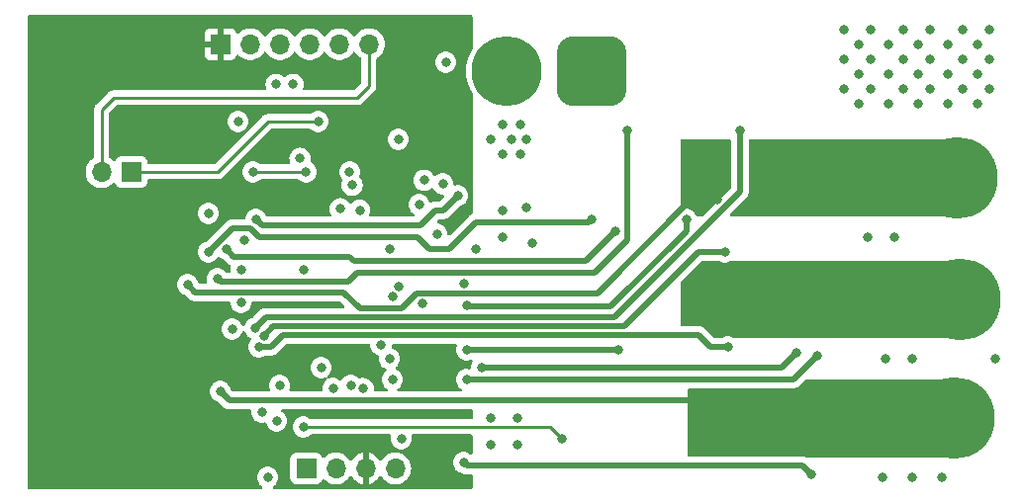
<source format=gbr>
%TF.GenerationSoftware,KiCad,Pcbnew,6.99.0-unknown-f8b157a1fb~149~ubuntu22.04.1*%
%TF.CreationDate,2022-10-15T12:14:30+11:00*%
%TF.ProjectId,STSPIN32G4,53545350-494e-4333-9247-342e6b696361,rev?*%
%TF.SameCoordinates,Original*%
%TF.FileFunction,Copper,L3,Inr*%
%TF.FilePolarity,Positive*%
%FSLAX46Y46*%
G04 Gerber Fmt 4.6, Leading zero omitted, Abs format (unit mm)*
G04 Created by KiCad (PCBNEW 6.99.0-unknown-f8b157a1fb~149~ubuntu22.04.1) date 2022-10-15 12:14:30*
%MOMM*%
%LPD*%
G01*
G04 APERTURE LIST*
G04 Aperture macros list*
%AMRoundRect*
0 Rectangle with rounded corners*
0 $1 Rounding radius*
0 $2 $3 $4 $5 $6 $7 $8 $9 X,Y pos of 4 corners*
0 Add a 4 corners polygon primitive as box body*
4,1,4,$2,$3,$4,$5,$6,$7,$8,$9,$2,$3,0*
0 Add four circle primitives for the rounded corners*
1,1,$1+$1,$2,$3*
1,1,$1+$1,$4,$5*
1,1,$1+$1,$6,$7*
1,1,$1+$1,$8,$9*
0 Add four rect primitives between the rounded corners*
20,1,$1+$1,$2,$3,$4,$5,0*
20,1,$1+$1,$4,$5,$6,$7,0*
20,1,$1+$1,$6,$7,$8,$9,0*
20,1,$1+$1,$8,$9,$2,$3,0*%
G04 Aperture macros list end*
%TA.AperFunction,ComponentPad*%
%ADD10R,1.700000X1.700000*%
%TD*%
%TA.AperFunction,ComponentPad*%
%ADD11O,1.700000X1.700000*%
%TD*%
%TA.AperFunction,ComponentPad*%
%ADD12C,7.000000*%
%TD*%
%TA.AperFunction,ComponentPad*%
%ADD13RoundRect,1.500000X1.500000X1.500000X-1.500000X1.500000X-1.500000X-1.500000X1.500000X-1.500000X0*%
%TD*%
%TA.AperFunction,ComponentPad*%
%ADD14C,6.000000*%
%TD*%
%TA.AperFunction,ViaPad*%
%ADD15C,0.800000*%
%TD*%
%TA.AperFunction,Conductor*%
%ADD16C,0.250000*%
%TD*%
%TA.AperFunction,Conductor*%
%ADD17C,0.508000*%
%TD*%
G04 APERTURE END LIST*
D10*
%TO.N,SPI1_MISO*%
%TO.C,J7*%
X-52064999Y10667999D03*
D11*
%TO.N,SPI1_SCK*%
X-54604999Y10667999D03*
%TD*%
D10*
%TO.N,I2C1_SCL*%
%TO.C,J6*%
X-37083999Y-14731999D03*
D11*
%TO.N,I2C1_SDA*%
X-34543999Y-14731999D03*
%TO.N,VDD*%
X-32003999Y-14731999D03*
%TO.N,GND*%
X-29463999Y-14731999D03*
%TD*%
D12*
%TO.N,OUT3*%
%TO.C,J8*%
X18542000Y10160000D03*
%TD*%
%TO.N,OUT1*%
%TO.C,J9*%
X18288000Y-10414000D03*
%TD*%
%TO.N,OUT2*%
%TO.C,J3*%
X18796000Y-254000D03*
%TD*%
D13*
%TO.N,VM*%
%TO.C,J4*%
X-12700000Y19327000D03*
D14*
%TO.N,GND*%
X-19900000Y19327000D03*
%TD*%
D10*
%TO.N,VDD*%
%TO.C,J2*%
X-44424999Y21614999D03*
D11*
%TO.N,SWCLK*%
X-41884999Y21614999D03*
%TO.N,GND*%
X-39344999Y21614999D03*
%TO.N,SWDIO*%
X-36804999Y21614999D03*
%TO.N,nRST*%
X-34264999Y21614999D03*
%TO.N,SPI1_SCK*%
X-31724999Y21614999D03*
%TD*%
D15*
%TO.N,SPI1_MISO*%
X-36068000Y14986000D03*
%TO.N,VDD*%
X-53594000Y-4572000D03*
X-59182000Y4572000D03*
%TO.N,GND*%
X10922000Y5080000D03*
X13208000Y5080000D03*
X21844000Y-5334000D03*
X17272000Y-15494000D03*
X14732000Y-5334000D03*
X12192000Y-15494000D03*
X14732000Y-15494000D03*
X12446000Y-5334000D03*
X-19050000Y-12700000D03*
X-21336000Y-10414000D03*
X-21336000Y-12700000D03*
X-19050000Y-10414000D03*
%TO.N,SCREF*%
X-41656000Y10668000D03*
X-37092952Y10676952D03*
%TO.N,VDD*%
X-44704000Y9652000D03*
%TO.N,I2C1_SCL*%
X-37616498Y11846500D03*
%TO.N,I2C1_SDA*%
X-33365500Y10668000D03*
%TO.N,GND*%
X17780000Y16510000D03*
X15240000Y16510000D03*
X10160000Y16510000D03*
X12700000Y16510000D03*
X20320000Y16510000D03*
X17780000Y19050000D03*
X15240000Y19050000D03*
X13970000Y17780000D03*
X21336000Y17780000D03*
X19050000Y17780000D03*
X16256000Y17780000D03*
X8890000Y17780000D03*
X10160000Y19050000D03*
X12700000Y19050000D03*
X11176000Y17780000D03*
X20320000Y19050000D03*
X20320000Y21590000D03*
X19050000Y20320000D03*
X21336000Y20320000D03*
X21336000Y22860000D03*
X19050000Y22860000D03*
X13970000Y20320000D03*
X15240000Y21590000D03*
X17780000Y21590000D03*
X16256000Y22860000D03*
X13970000Y22860000D03*
X16256000Y20320000D03*
%TO.N,Net-(JP8-A)*%
X-29210000Y13462000D03*
%TO.N,GND*%
X-25146000Y20066000D03*
X-42926000Y14986000D03*
X-39624000Y-10668000D03*
X-40386000Y-15494000D03*
X11176000Y22860000D03*
X8890000Y22860000D03*
X8890000Y20320000D03*
X10160000Y21590000D03*
X11176000Y20320000D03*
X12700000Y21590000D03*
X-20320000Y14732000D03*
X-18288000Y13462000D03*
X-17780000Y4572000D03*
X-20320000Y7366000D03*
X-20320000Y5080000D03*
X-20320000Y12192000D03*
X-19558000Y13462000D03*
X-18796000Y14732000D03*
X-18288000Y7620000D03*
X-18796000Y12192000D03*
X-21336000Y13462000D03*
X-29718000Y-7112000D03*
%TO.N,VREF+*%
X-35814000Y-6096000D03*
%TO.N,GND*%
X-39370000Y-7620000D03*
%TO.N,USER2*%
X-40894000Y-9906000D03*
%TO.N,USER1*%
X-28956000Y-12192000D03*
X-26993636Y9952424D03*
%TO.N,GND*%
X-43434000Y-2794000D03*
%TO.N,VDD*%
X-48006000Y19050000D03*
%TO.N,Net-(IC1-VM)*%
X-32220500Y-7888994D03*
%TO.N,nRST*%
X-25400000Y9652000D03*
%TO.N,OPN1*%
X-27178000Y-599500D03*
%TO.N,nRST*%
X-29972000Y4101500D03*
%TO.N,OSC_IN*%
X-27432000Y7874000D03*
%TO.N,VM*%
X-15240000Y-12192000D03*
X-37338000Y-11176000D03*
%TO.N,GND*%
X-37338000Y2286000D03*
%TO.N,OSC_OUT*%
X-25908000Y5334000D03*
%TO.N,OUT2*%
X-12700000Y6604000D03*
%TO.N,OUT1*%
X-44450000Y-8128000D03*
%TO.N,GHS1*%
X-41402000Y6604000D03*
X-24130000Y8636000D03*
X-23368500Y-4572000D03*
%TO.N,VSHUNT1N*%
X-23622000Y1107500D03*
X-23622000Y-14224000D03*
X6096000Y-15240000D03*
%TO.N,GHS2*%
X-10668000Y5588000D03*
%TO.N,VSHUNT2N*%
X-23368000Y-7112000D03*
X6604000Y-5080000D03*
%TO.N,GHS1*%
X-10414000Y-4572000D03*
%TO.N,VSHUNT1P*%
X-22606000Y4064000D03*
X-22098000Y-6096000D03*
X4826000Y-4826000D03*
%TO.N,VSHUNT2P*%
X-23292497Y-762000D03*
X-4572000Y6604000D03*
%TO.N,GHS3*%
X-44704000Y1524000D03*
%TO.N,GLS2*%
X-1270000Y3810000D03*
%TO.N,GLS1*%
X-1016000Y-4318000D03*
%TO.N,GLS3*%
X-41482850Y-2703544D03*
%TO.N,GLS2*%
X-40724875Y-3355065D03*
%TO.N,GLS1*%
X-41148000Y-4318000D03*
%TO.N,GHS2*%
X-43942000Y4064000D03*
%TO.N,OUT1*%
X-45466000Y7112000D03*
%TO.N,BOOT1*%
X-42418000Y4826000D03*
%TO.N,OUT2*%
X-45466000Y3810000D03*
%TO.N,BOOT2*%
X-42672000Y2248500D03*
%TO.N,BOOT3*%
X-42672000Y-508000D03*
%TO.N,OUT3*%
X-47244000Y1016000D03*
%TO.N,GLS3*%
X0Y14224000D03*
%TO.N,GHS3*%
X-9652000Y14224000D03*
%TO.N,OUT3*%
X-1905000Y12065000D03*
X-1905000Y8255000D03*
X-1905000Y10795000D03*
X-1905000Y9525000D03*
X-2540000Y10160000D03*
X-2540000Y8890000D03*
X-3175000Y9525000D03*
X-3175000Y10795000D03*
X-2540000Y11430000D03*
X-3175000Y12065000D03*
X-3175000Y8255000D03*
%TO.N,OUT2*%
X-1905000Y-1905000D03*
X-1905000Y-635000D03*
X-2540000Y0D03*
X-2540000Y-1270000D03*
X-3175000Y-635000D03*
X-3175000Y635000D03*
X-2540000Y1270000D03*
X-3175000Y1905000D03*
X-3175000Y-1905000D03*
X-1905000Y635000D03*
X-1905000Y1905000D03*
%TO.N,OUT1*%
X-2540000Y-10795000D03*
X-3175000Y-12700000D03*
X-2540000Y-12065000D03*
X-3175000Y-11430000D03*
X-1905000Y-12700000D03*
X-1905000Y-11430000D03*
X-1905000Y-10160000D03*
X-3175000Y-10160000D03*
X-2540000Y-9525000D03*
X-3175000Y-8890000D03*
X-1905000Y-8890000D03*
%TO.N,VDD*%
X-47565420Y-14191857D03*
X-39116000Y-6096000D03*
%TO.N,VDDA*%
X-34798000Y-7874000D03*
%TO.N,OPN2*%
X-33274000Y-7620000D03*
%TO.N,OPO2*%
X-29972000Y-5334000D03*
%TO.N,OPP2*%
X-30696500Y-4155500D03*
%TO.N,OPO1*%
X-29718000Y0D03*
%TO.N,OPP1*%
X-29163576Y831636D03*
%TO.N,SW*%
X-33160681Y9525000D03*
%TO.N,Net-(IC1-VM)*%
X-34163000Y7515500D03*
%TO.N,SWDIO*%
X-38213319Y18161000D03*
X-39662319Y18161000D03*
%TO.N,VDD*%
X-30988000Y8054321D03*
%TO.N,VBAT*%
X-32512000Y7386500D03*
%TD*%
D16*
%TO.N,SPI1_MISO*%
X-52065000Y10668000D02*
X-44704000Y10668000D01*
X-44704000Y10668000D02*
X-40386000Y14986000D01*
X-40386000Y14986000D02*
X-36068000Y14986000D01*
%TO.N,SPI1_SCK*%
X-31725000Y21615000D02*
X-31725000Y18059000D01*
X-31725000Y18059000D02*
X-32766000Y17018000D01*
X-54605000Y16007000D02*
X-54605000Y10668000D01*
X-32766000Y17018000D02*
X-53594000Y17018000D01*
X-53594000Y17018000D02*
X-54605000Y16007000D01*
D17*
%TO.N,VSHUNT1N*%
X5334000Y-14478000D02*
X-23368000Y-14478000D01*
X6096000Y-15240000D02*
X5334000Y-14478000D01*
X-23368000Y-14478000D02*
X-23622000Y-14224000D01*
%TO.N,VSHUNT2N*%
X6604000Y-5080000D02*
X4572000Y-7112000D01*
X4572000Y-7112000D02*
X-23368000Y-7112000D01*
D16*
%TO.N,SCREF*%
X-37101904Y10668000D02*
X-41656000Y10668000D01*
X-37092952Y10676952D02*
X-37101904Y10668000D01*
D17*
%TO.N,OUT2*%
X-12700000Y6604000D02*
X-12954000Y6350000D01*
X-26511870Y4064000D02*
X-27527870Y5080000D01*
X-12954000Y6350000D02*
X-22606000Y6350000D01*
X-22606000Y6350000D02*
X-24892000Y4064000D01*
X-41085739Y5080000D02*
X-41847739Y5842000D01*
X-24892000Y4064000D02*
X-26511870Y4064000D01*
X-27527870Y5080000D02*
X-41085739Y5080000D01*
X-41847739Y5842000D02*
X-43434000Y5842000D01*
X-43434000Y5842000D02*
X-45466000Y3810000D01*
%TO.N,GHS1*%
X-24130000Y8636000D02*
X-25400000Y7366000D01*
X-25400000Y7366000D02*
X-26035000Y7366000D01*
X-26035000Y7366000D02*
X-27305000Y6096000D01*
X-27305000Y6096000D02*
X-40894000Y6096000D01*
X-40894000Y6096000D02*
X-41402000Y6604000D01*
%TO.N,GHS2*%
X-10668000Y5588000D02*
X-13208000Y3048000D01*
X-13208000Y3048000D02*
X-33020000Y3048000D01*
X-33020000Y3048000D02*
X-33366000Y3394000D01*
X-33366000Y3394000D02*
X-43272000Y3394000D01*
X-43272000Y3394000D02*
X-43942000Y4064000D01*
%TO.N,OUT1*%
X-44450000Y-8128000D02*
X-43688000Y-8890000D01*
X-43688000Y-8890000D02*
X-3175000Y-8890000D01*
%TO.N,OUT3*%
X-47244000Y1016000D02*
X-46574000Y346000D01*
X-46574000Y346000D02*
X-33874000Y346000D01*
X-32512000Y-1016000D02*
X-28955761Y-1016000D01*
X-33874000Y346000D02*
X-32512000Y-1016000D01*
X-28955761Y-1016000D02*
X-27685761Y254000D01*
X-27685761Y254000D02*
X-12192000Y254000D01*
X-12192000Y254000D02*
X-4191000Y8255000D01*
X-4191000Y8255000D02*
X-3175000Y8255000D01*
%TO.N,GHS3*%
X-44704000Y1524000D02*
X-44450000Y1270000D01*
X-44450000Y1270000D02*
X-33528000Y1270000D01*
X-33528000Y1270000D02*
X-32766000Y2032000D01*
X-32766000Y2032000D02*
X-12446000Y2032000D01*
X-12446000Y2032000D02*
X-9652000Y4826000D01*
X-9652000Y4826000D02*
X-9652000Y14224000D01*
D16*
%TO.N,VM*%
X-15240000Y-12192000D02*
X-16256000Y-11176000D01*
X-16256000Y-11176000D02*
X-37338000Y-11176000D01*
D17*
%TO.N,VSHUNT1P*%
X-22098000Y-6096000D02*
X3556000Y-6096000D01*
X3556000Y-6096000D02*
X4826000Y-4826000D01*
%TO.N,GHS1*%
X-10414000Y-4572000D02*
X-23368500Y-4572000D01*
%TO.N,VSHUNT2P*%
X-23164997Y-889500D02*
X-11049500Y-889500D01*
X-4572000Y5588000D02*
X-4572000Y6604000D01*
X-23292497Y-762000D02*
X-23164997Y-889500D01*
X-11049500Y-889500D02*
X-4572000Y5588000D01*
%TO.N,GLS1*%
X-1016000Y-4318000D02*
X-2540000Y-4318000D01*
X-2540000Y-4318000D02*
X-3556000Y-3302000D01*
X-3556000Y-3302000D02*
X-39116000Y-3302000D01*
X-39116000Y-3302000D02*
X-40132000Y-4318000D01*
X-40132000Y-4318000D02*
X-41148000Y-4318000D01*
%TO.N,GLS3*%
X-41482850Y-2703544D02*
X-40522306Y-1743000D01*
X-40522306Y-1743000D02*
X-10695261Y-1743000D01*
X-10695261Y-1743000D02*
X0Y8952261D01*
X0Y8952261D02*
X0Y14224000D01*
%TO.N,GLS2*%
X-1270000Y3810000D02*
X-3556000Y3810000D01*
X-3556000Y3810000D02*
X-9906000Y-2540000D01*
X-9906000Y-2540000D02*
X-39909810Y-2540000D01*
X-39909810Y-2540000D02*
X-40724875Y-3355065D01*
%TO.N,OUT3*%
X-4572000Y12192000D02*
X-3175000Y10795000D01*
%TD*%
%TA.AperFunction,Conductor*%
%TO.N,OUT2*%
G36*
X18738121Y3027998D02*
G01*
X18784614Y2974342D01*
X18796000Y2922000D01*
X18796000Y-3430000D01*
X18775998Y-3498121D01*
X18722342Y-3544614D01*
X18670000Y-3556000D01*
X-478230Y-3556000D01*
X-546351Y-3535998D01*
X-552293Y-3531935D01*
X-553909Y-3530761D01*
X-559248Y-3526882D01*
X-565278Y-3524197D01*
X-727681Y-3451891D01*
X-727682Y-3451891D01*
X-733712Y-3449206D01*
X-827112Y-3429353D01*
X-914056Y-3410872D01*
X-914061Y-3410872D01*
X-920513Y-3409500D01*
X-1111487Y-3409500D01*
X-1117939Y-3410872D01*
X-1117944Y-3410872D01*
X-1204888Y-3429353D01*
X-1298288Y-3449206D01*
X-1304318Y-3451891D01*
X-1304319Y-3451891D01*
X-1466722Y-3524197D01*
X-1466724Y-3524198D01*
X-1472752Y-3526882D01*
X-1478091Y-3530761D01*
X-1478094Y-3530763D01*
X-1479020Y-3531436D01*
X-1479646Y-3531660D01*
X-1483811Y-3534064D01*
X-1484251Y-3533302D01*
X-1545887Y-3555294D01*
X-1553081Y-3555500D01*
X-2171972Y-3555500D01*
X-2240093Y-3535498D01*
X-2261068Y-3518595D01*
X-2610970Y-3168692D01*
X-2971060Y-2808602D01*
X-2983032Y-2794749D01*
X-2993223Y-2781060D01*
X-2997602Y-2775178D01*
X-3036165Y-2742820D01*
X-3044269Y-2735393D01*
X-3048235Y-2731427D01*
X-3063747Y-2719162D01*
X-3072937Y-2711895D01*
X-3075775Y-2709582D01*
X-3128522Y-2665323D01*
X-3128527Y-2665320D01*
X-3134147Y-2660604D01*
X-3140702Y-2657312D01*
X-3143623Y-2655391D01*
X-3143923Y-2655175D01*
X-3144225Y-2655006D01*
X-3147225Y-2653155D01*
X-3152980Y-2648605D01*
X-3222047Y-2616398D01*
X-3225339Y-2614804D01*
X-3286871Y-2583901D01*
X-3286879Y-2583898D01*
X-3293434Y-2580606D01*
X-3300573Y-2578914D01*
X-3303886Y-2577708D01*
X-3304202Y-2577577D01*
X-3304541Y-2577481D01*
X-3307878Y-2576375D01*
X-3314527Y-2573275D01*
X-3321711Y-2571792D01*
X-3321713Y-2571791D01*
X-3364135Y-2563032D01*
X-3389142Y-2557868D01*
X-3392711Y-2557077D01*
X-3408001Y-2553453D01*
X-3466877Y-2539500D01*
X-3474215Y-2539500D01*
X-3477706Y-2539092D01*
X-3478055Y-2539036D01*
X-3478412Y-2539020D01*
X-3481909Y-2538714D01*
X-3489091Y-2537231D01*
X-3496419Y-2537444D01*
X-3496421Y-2537444D01*
X-3565254Y-2539447D01*
X-3568918Y-2539500D01*
X-4954000Y-2539500D01*
X-5022121Y-2519498D01*
X-5068614Y-2465842D01*
X-5080000Y-2413500D01*
X-5080000Y1155472D01*
X-5059998Y1223593D01*
X-5043095Y1244567D01*
X-3277067Y3010595D01*
X-3214755Y3044621D01*
X-3187972Y3047500D01*
X-1807081Y3047500D01*
X-1738960Y3027498D01*
X-1733020Y3023436D01*
X-1726752Y3018882D01*
X-1720724Y3016198D01*
X-1720722Y3016197D01*
X-1558319Y2943891D01*
X-1552288Y2941206D01*
X-1461931Y2922000D01*
X-1371944Y2902872D01*
X-1371939Y2902872D01*
X-1365487Y2901500D01*
X-1174513Y2901500D01*
X-1168061Y2902872D01*
X-1168056Y2902872D01*
X-1078069Y2922000D01*
X-987712Y2941206D01*
X-831861Y3010595D01*
X-819276Y3016198D01*
X-819275Y3016199D01*
X-813248Y3018882D01*
X-806293Y3023935D01*
X-805199Y3024325D01*
X-802186Y3026065D01*
X-801868Y3025514D01*
X-739425Y3047794D01*
X-732230Y3048000D01*
X18670000Y3048000D01*
X18738121Y3027998D01*
G37*
%TD.AperFunction*%
%TD*%
%TA.AperFunction,Conductor*%
%TO.N,OUT1*%
G36*
X18484121Y-7132002D02*
G01*
X18530614Y-7185658D01*
X18542000Y-7238000D01*
X18542000Y-13717000D01*
X18521998Y-13785121D01*
X18468342Y-13831614D01*
X18416000Y-13843000D01*
X5800954Y-13843000D01*
X5737540Y-13825016D01*
X5737020Y-13824605D01*
X5667953Y-13792398D01*
X5664661Y-13790804D01*
X5603129Y-13759901D01*
X5603121Y-13759898D01*
X5596566Y-13756606D01*
X5589427Y-13754914D01*
X5586114Y-13753708D01*
X5585798Y-13753577D01*
X5585459Y-13753481D01*
X5582122Y-13752375D01*
X5575473Y-13749275D01*
X5568289Y-13747792D01*
X5568287Y-13747791D01*
X5525865Y-13739032D01*
X5500858Y-13733868D01*
X5497289Y-13733077D01*
X5481999Y-13729453D01*
X5423123Y-13715500D01*
X5415785Y-13715500D01*
X5412294Y-13715092D01*
X5411945Y-13715036D01*
X5411588Y-13715020D01*
X5408091Y-13714714D01*
X5400909Y-13713231D01*
X5393581Y-13713444D01*
X5393579Y-13713444D01*
X5324746Y-13715447D01*
X5321082Y-13715500D01*
X-4319000Y-13715500D01*
X-4387121Y-13695498D01*
X-4433614Y-13641842D01*
X-4445000Y-13589500D01*
X-4445000Y-8000500D01*
X-4424998Y-7932379D01*
X-4371342Y-7885886D01*
X-4319000Y-7874500D01*
X4507271Y-7874500D01*
X4525533Y-7875830D01*
X4542412Y-7878303D01*
X4542416Y-7878303D01*
X4549672Y-7879366D01*
X4599816Y-7874979D01*
X4610798Y-7874500D01*
X4616412Y-7874500D01*
X4647682Y-7870845D01*
X4651328Y-7870472D01*
X4727240Y-7863831D01*
X4734207Y-7861522D01*
X4737648Y-7860812D01*
X4737994Y-7860756D01*
X4738337Y-7860659D01*
X4741750Y-7859850D01*
X4749042Y-7858998D01*
X4755939Y-7856488D01*
X4755946Y-7856486D01*
X4820637Y-7832940D01*
X4824099Y-7831736D01*
X4889473Y-7810074D01*
X4889476Y-7810073D01*
X4896440Y-7807765D01*
X4902684Y-7803913D01*
X4905869Y-7802428D01*
X4906193Y-7802294D01*
X4906515Y-7802114D01*
X4909639Y-7800545D01*
X4916539Y-7798034D01*
X4980224Y-7756148D01*
X4983288Y-7754196D01*
X5041905Y-7718040D01*
X5041908Y-7718037D01*
X5048149Y-7714188D01*
X5053339Y-7708998D01*
X5056078Y-7706832D01*
X5056375Y-7706618D01*
X5056630Y-7706384D01*
X5059332Y-7704117D01*
X5065462Y-7700085D01*
X5117788Y-7644623D01*
X5120341Y-7641996D01*
X5613432Y-7148905D01*
X5675744Y-7114879D01*
X5702527Y-7112000D01*
X18416000Y-7112000D01*
X18484121Y-7132002D01*
G37*
%TD.AperFunction*%
%TD*%
%TA.AperFunction,Conductor*%
%TO.N,OUT3*%
G36*
X-820379Y13441998D02*
G01*
X-773886Y13388342D01*
X-762500Y13336000D01*
X-762500Y9320289D01*
X-782502Y9252168D01*
X-799405Y9231194D01*
X-3135694Y6894905D01*
X-3198006Y6860879D01*
X-3224789Y6858000D01*
X-3607732Y6858000D01*
X-3675853Y6878002D01*
X-3722346Y6931658D01*
X-3727565Y6945063D01*
X-3735432Y6969275D01*
X-3735433Y6969276D01*
X-3737473Y6975556D01*
X-3832960Y7140944D01*
X-3960747Y7282866D01*
X-4115248Y7395118D01*
X-4121276Y7397802D01*
X-4121278Y7397803D01*
X-4283681Y7470109D01*
X-4283682Y7470109D01*
X-4289712Y7472794D01*
X-4383113Y7492647D01*
X-4470056Y7511128D01*
X-4470061Y7511128D01*
X-4476513Y7512500D01*
X-4667487Y7512500D01*
X-4673939Y7511128D01*
X-4673944Y7511128D01*
X-4760887Y7492647D01*
X-4854288Y7472794D01*
X-4860318Y7470109D01*
X-4860319Y7470109D01*
X-4902751Y7451217D01*
X-4973118Y7441783D01*
X-5037415Y7471890D01*
X-5075229Y7531978D01*
X-5080000Y7566324D01*
X-5080000Y13336000D01*
X-5059998Y13404121D01*
X-5006342Y13450614D01*
X-4954000Y13462000D01*
X-888500Y13462000D01*
X-820379Y13441998D01*
G37*
%TD.AperFunction*%
%TA.AperFunction,Conductor*%
G36*
X18738121Y13441998D02*
G01*
X18784614Y13388342D01*
X18796000Y13336000D01*
X18796000Y6984000D01*
X18775998Y6915879D01*
X18722342Y6869386D01*
X18670000Y6858000D01*
X-711733Y6858000D01*
X-779854Y6878002D01*
X-826347Y6931658D01*
X-836451Y7001932D01*
X-806957Y7066512D01*
X-800828Y7073095D01*
X493394Y8367317D01*
X507247Y8379290D01*
X520940Y8389484D01*
X526822Y8393863D01*
X559180Y8432426D01*
X566607Y8440530D01*
X570573Y8444496D01*
X590105Y8469198D01*
X592418Y8472036D01*
X636677Y8524783D01*
X636680Y8524788D01*
X641396Y8530408D01*
X644688Y8536963D01*
X646609Y8539884D01*
X646825Y8540184D01*
X646994Y8540486D01*
X648845Y8543486D01*
X653395Y8549241D01*
X685604Y8618314D01*
X687199Y8621606D01*
X718096Y8683127D01*
X718098Y8683131D01*
X721394Y8689695D01*
X723088Y8696845D01*
X724281Y8700122D01*
X724423Y8700463D01*
X724518Y8700800D01*
X725623Y8704136D01*
X728725Y8710787D01*
X744133Y8785407D01*
X744924Y8788975D01*
X760808Y8855998D01*
X760808Y8855999D01*
X762500Y8863138D01*
X762500Y8870476D01*
X762908Y8873967D01*
X762964Y8874316D01*
X762980Y8874673D01*
X763286Y8878170D01*
X764769Y8885352D01*
X762553Y8961516D01*
X762500Y8965179D01*
X762500Y13336000D01*
X782502Y13404121D01*
X836158Y13450614D01*
X888500Y13462000D01*
X18670000Y13462000D01*
X18738121Y13441998D01*
G37*
%TD.AperFunction*%
%TD*%
%TA.AperFunction,Conductor*%
%TO.N,VDD*%
G36*
X-22917879Y24099498D02*
G01*
X-22871386Y24045842D01*
X-22860000Y23993500D01*
X-22860000Y21248204D01*
X-22880327Y21179581D01*
X-22942620Y21083657D01*
X-22944115Y21080723D01*
X-22944119Y21080716D01*
X-23017771Y20936166D01*
X-23109573Y20755994D01*
X-23241361Y20412674D01*
X-23336541Y20057459D01*
X-23337057Y20054198D01*
X-23393041Y19700729D01*
X-23394069Y19694241D01*
X-23413315Y19327000D01*
X-23394069Y18959759D01*
X-23393556Y18956519D01*
X-23393555Y18956511D01*
X-23375695Y18843749D01*
X-23336541Y18596541D01*
X-23241361Y18241326D01*
X-23109573Y17898006D01*
X-23108075Y17895066D01*
X-22954525Y17593707D01*
X-22942620Y17570342D01*
X-22940824Y17567576D01*
X-22940822Y17567573D01*
X-22880327Y17474419D01*
X-22860000Y17405795D01*
X-22860000Y7157943D01*
X-22880002Y7089822D01*
X-22930364Y7045832D01*
X-22930355Y7045818D01*
X-22930439Y7045766D01*
X-22930440Y7045765D01*
X-22930441Y7045765D01*
X-22936684Y7041914D01*
X-22939877Y7040425D01*
X-22940196Y7040293D01*
X-22940527Y7040108D01*
X-22943640Y7038545D01*
X-22950539Y7036034D01*
X-22956669Y7032002D01*
X-23014188Y6994171D01*
X-23017279Y6992202D01*
X-23060568Y6965500D01*
X-23082150Y6952188D01*
X-23087345Y6946993D01*
X-23090083Y6944828D01*
X-23090380Y6944614D01*
X-23090636Y6944379D01*
X-23093332Y6942117D01*
X-23099462Y6938085D01*
X-23124626Y6911413D01*
X-23151771Y6882641D01*
X-23154325Y6880013D01*
X-24780091Y5254247D01*
X-24842403Y5220221D01*
X-24913218Y5225286D01*
X-24970054Y5267833D01*
X-24994548Y5333504D01*
X-24994496Y5334000D01*
X-25014458Y5523928D01*
X-25073473Y5705556D01*
X-25168960Y5870944D01*
X-25296747Y6012866D01*
X-25451248Y6125118D01*
X-25457276Y6127802D01*
X-25457278Y6127803D01*
X-25619681Y6200109D01*
X-25619682Y6200109D01*
X-25625712Y6202794D01*
X-25806253Y6241169D01*
X-25868725Y6274897D01*
X-25903047Y6337047D01*
X-25898319Y6407886D01*
X-25869150Y6453511D01*
X-25756066Y6566595D01*
X-25693754Y6600621D01*
X-25666971Y6603500D01*
X-25464729Y6603500D01*
X-25446467Y6602170D01*
X-25429588Y6599697D01*
X-25429584Y6599697D01*
X-25422328Y6598634D01*
X-25372184Y6603021D01*
X-25361202Y6603500D01*
X-25355588Y6603500D01*
X-25324318Y6607155D01*
X-25320672Y6607528D01*
X-25244760Y6614169D01*
X-25237793Y6616478D01*
X-25234352Y6617188D01*
X-25234006Y6617244D01*
X-25233663Y6617341D01*
X-25230250Y6618150D01*
X-25222958Y6619002D01*
X-25216061Y6621512D01*
X-25216054Y6621514D01*
X-25151363Y6645060D01*
X-25147901Y6646264D01*
X-25082527Y6667926D01*
X-25082524Y6667927D01*
X-25075560Y6670235D01*
X-25069316Y6674087D01*
X-25066131Y6675572D01*
X-25065807Y6675706D01*
X-25065485Y6675886D01*
X-25062361Y6677455D01*
X-25055461Y6679966D01*
X-24991776Y6721852D01*
X-24988712Y6723804D01*
X-24930095Y6759960D01*
X-24930092Y6759963D01*
X-24923851Y6763812D01*
X-24918661Y6769002D01*
X-24915922Y6771168D01*
X-24915625Y6771382D01*
X-24915370Y6771616D01*
X-24912668Y6773883D01*
X-24906538Y6777915D01*
X-24854230Y6833358D01*
X-24851676Y6835987D01*
X-23966483Y7721179D01*
X-23903586Y7755330D01*
X-23847712Y7767206D01*
X-23841681Y7769891D01*
X-23679278Y7842197D01*
X-23679276Y7842198D01*
X-23673248Y7844882D01*
X-23642206Y7867435D01*
X-23558362Y7928352D01*
X-23518747Y7957134D01*
X-23438075Y8046729D01*
X-23395379Y8094148D01*
X-23395378Y8094149D01*
X-23390960Y8099056D01*
X-23300756Y8255294D01*
X-23298777Y8258721D01*
X-23298776Y8258722D01*
X-23295473Y8264444D01*
X-23236458Y8446072D01*
X-23227804Y8528405D01*
X-23217186Y8629435D01*
X-23216496Y8636000D01*
X-23217186Y8642565D01*
X-23235768Y8819365D01*
X-23235768Y8819367D01*
X-23236458Y8825928D01*
X-23295473Y9007556D01*
X-23390960Y9172944D01*
X-23484469Y9276797D01*
X-23514325Y9309955D01*
X-23514326Y9309956D01*
X-23518747Y9314866D01*
X-23673248Y9427118D01*
X-23679276Y9429802D01*
X-23679278Y9429803D01*
X-23841681Y9502109D01*
X-23841682Y9502109D01*
X-23847712Y9504794D01*
X-23942773Y9525000D01*
X-24028056Y9543128D01*
X-24028061Y9543128D01*
X-24034513Y9544500D01*
X-24225487Y9544500D01*
X-24231947Y9543127D01*
X-24231946Y9543127D01*
X-24334990Y9521225D01*
X-24405780Y9526627D01*
X-24462413Y9569444D01*
X-24486906Y9636082D01*
X-24487186Y9644472D01*
X-24487186Y9645435D01*
X-24486496Y9652000D01*
X-24497450Y9756218D01*
X-24505768Y9835365D01*
X-24505768Y9835367D01*
X-24506458Y9841928D01*
X-24565473Y10023556D01*
X-24571791Y10034500D01*
X-24657659Y10183226D01*
X-24660960Y10188944D01*
X-24689468Y10220606D01*
X-24784325Y10325955D01*
X-24784326Y10325956D01*
X-24788747Y10330866D01*
X-24943248Y10443118D01*
X-24949276Y10445802D01*
X-24949278Y10445803D01*
X-25111681Y10518109D01*
X-25111682Y10518109D01*
X-25117712Y10520794D01*
X-25211113Y10540647D01*
X-25298056Y10559128D01*
X-25298061Y10559128D01*
X-25304513Y10560500D01*
X-25495487Y10560500D01*
X-25501939Y10559128D01*
X-25501944Y10559128D01*
X-25588888Y10540647D01*
X-25682288Y10520794D01*
X-25688318Y10518109D01*
X-25688319Y10518109D01*
X-25850722Y10445803D01*
X-25850724Y10445802D01*
X-25856752Y10443118D01*
X-26005006Y10335405D01*
X-26071872Y10311547D01*
X-26141024Y10327627D01*
X-26188185Y10374341D01*
X-26254596Y10489368D01*
X-26382383Y10631290D01*
X-26536884Y10743542D01*
X-26542912Y10746226D01*
X-26542914Y10746227D01*
X-26705317Y10818533D01*
X-26705318Y10818533D01*
X-26711348Y10821218D01*
X-26804748Y10841071D01*
X-26891692Y10859552D01*
X-26891697Y10859552D01*
X-26898149Y10860924D01*
X-27089123Y10860924D01*
X-27095575Y10859552D01*
X-27095580Y10859552D01*
X-27182524Y10841071D01*
X-27275924Y10821218D01*
X-27281954Y10818533D01*
X-27281955Y10818533D01*
X-27444358Y10746227D01*
X-27444360Y10746226D01*
X-27450388Y10743542D01*
X-27604889Y10631290D01*
X-27732676Y10489368D01*
X-27790950Y10388434D01*
X-27824187Y10330866D01*
X-27828163Y10323980D01*
X-27887178Y10142352D01*
X-27887868Y10135791D01*
X-27887868Y10135789D01*
X-27902341Y9998086D01*
X-27907140Y9952424D01*
X-27906450Y9945859D01*
X-27891036Y9799206D01*
X-27887178Y9762496D01*
X-27828163Y9580868D01*
X-27824860Y9575146D01*
X-27824859Y9575145D01*
X-27818760Y9564582D01*
X-27732676Y9415480D01*
X-27728258Y9410573D01*
X-27728257Y9410572D01*
X-27637251Y9309500D01*
X-27604889Y9273558D01*
X-27450388Y9161306D01*
X-27444360Y9158622D01*
X-27444358Y9158621D01*
X-27335485Y9110148D01*
X-27275924Y9083630D01*
X-27182523Y9063777D01*
X-27095580Y9045296D01*
X-27095575Y9045296D01*
X-27089123Y9043924D01*
X-26898149Y9043924D01*
X-26891697Y9045296D01*
X-26891692Y9045296D01*
X-26804749Y9063777D01*
X-26711348Y9083630D01*
X-26651787Y9110148D01*
X-26542914Y9158621D01*
X-26542912Y9158622D01*
X-26536884Y9161306D01*
X-26388630Y9269019D01*
X-26321764Y9292877D01*
X-26252612Y9276797D01*
X-26205451Y9230083D01*
X-26139040Y9115056D01*
X-26011253Y8973134D01*
X-25856752Y8860882D01*
X-25850724Y8858198D01*
X-25850722Y8858197D01*
X-25765363Y8820193D01*
X-25682288Y8783206D01*
X-25588888Y8763353D01*
X-25501944Y8744872D01*
X-25501939Y8744872D01*
X-25495487Y8743500D01*
X-25405028Y8743500D01*
X-25336907Y8723498D01*
X-25290414Y8669842D01*
X-25280310Y8599568D01*
X-25309804Y8534988D01*
X-25315933Y8528405D01*
X-25678933Y8165405D01*
X-25741245Y8131379D01*
X-25768028Y8128500D01*
X-25970272Y8128500D01*
X-25988533Y8129830D01*
X-26012673Y8133366D01*
X-26019988Y8132726D01*
X-26062803Y8128980D01*
X-26073785Y8128500D01*
X-26079412Y8128500D01*
X-26110727Y8124840D01*
X-26114322Y8124472D01*
X-26190241Y8117830D01*
X-26197200Y8115524D01*
X-26200633Y8114815D01*
X-26200990Y8114757D01*
X-26201333Y8114660D01*
X-26204752Y8113850D01*
X-26212042Y8112998D01*
X-26218941Y8110487D01*
X-26283649Y8086935D01*
X-26287106Y8085733D01*
X-26359441Y8061765D01*
X-26365689Y8057911D01*
X-26368878Y8056424D01*
X-26369197Y8056292D01*
X-26369530Y8056106D01*
X-26372637Y8054546D01*
X-26379539Y8052034D01*
X-26382878Y8049838D01*
X-26451375Y8037391D01*
X-26517002Y8064479D01*
X-26557896Y8123750D01*
X-26558129Y8124470D01*
X-26597473Y8245556D01*
X-26692960Y8410944D01*
X-26704715Y8424000D01*
X-26816325Y8547955D01*
X-26816326Y8547956D01*
X-26820747Y8552866D01*
X-26935171Y8636000D01*
X-26969906Y8661237D01*
X-26969907Y8661238D01*
X-26975248Y8665118D01*
X-26981276Y8667802D01*
X-26981278Y8667803D01*
X-27143681Y8740109D01*
X-27143682Y8740109D01*
X-27149712Y8742794D01*
X-27243113Y8762647D01*
X-27330056Y8781128D01*
X-27330061Y8781128D01*
X-27336513Y8782500D01*
X-27527487Y8782500D01*
X-27533939Y8781128D01*
X-27533944Y8781128D01*
X-27620887Y8762647D01*
X-27714288Y8742794D01*
X-27720318Y8740109D01*
X-27720319Y8740109D01*
X-27882722Y8667803D01*
X-27882724Y8667802D01*
X-27888752Y8665118D01*
X-27894093Y8661238D01*
X-27894094Y8661237D01*
X-27928829Y8636000D01*
X-28043253Y8552866D01*
X-28047674Y8547956D01*
X-28047675Y8547955D01*
X-28159284Y8424000D01*
X-28171040Y8410944D01*
X-28266527Y8245556D01*
X-28325542Y8063928D01*
X-28326232Y8057367D01*
X-28326232Y8057365D01*
X-28337535Y7949819D01*
X-28345504Y7874000D01*
X-28344814Y7867435D01*
X-28328446Y7711706D01*
X-28325542Y7684072D01*
X-28266527Y7502444D01*
X-28171040Y7337056D01*
X-28166622Y7332149D01*
X-28166621Y7332148D01*
X-28122247Y7282866D01*
X-28043253Y7195134D01*
X-28036595Y7190297D01*
X-27893644Y7086436D01*
X-27850290Y7030213D01*
X-27844215Y6959477D01*
X-27877347Y6896686D01*
X-27939167Y6861774D01*
X-27967705Y6858500D01*
X-31554881Y6858500D01*
X-31623002Y6878502D01*
X-31669495Y6932158D01*
X-31679599Y7002432D01*
X-31674715Y7023431D01*
X-31618458Y7196572D01*
X-31608074Y7295365D01*
X-31599186Y7379935D01*
X-31598496Y7386500D01*
X-31599684Y7397803D01*
X-31617768Y7569865D01*
X-31617768Y7569867D01*
X-31618458Y7576428D01*
X-31677473Y7758056D01*
X-31681963Y7765834D01*
X-31740623Y7867435D01*
X-31772960Y7923444D01*
X-31803294Y7957134D01*
X-31896325Y8060455D01*
X-31896326Y8060456D01*
X-31900747Y8065366D01*
X-32055248Y8177618D01*
X-32061276Y8180302D01*
X-32061278Y8180303D01*
X-32223681Y8252609D01*
X-32223682Y8252609D01*
X-32229712Y8255294D01*
X-32323113Y8275147D01*
X-32410056Y8293628D01*
X-32410061Y8293628D01*
X-32416513Y8295000D01*
X-32607487Y8295000D01*
X-32613939Y8293628D01*
X-32613944Y8293628D01*
X-32700888Y8275147D01*
X-32794288Y8255294D01*
X-32800318Y8252609D01*
X-32800319Y8252609D01*
X-32962722Y8180303D01*
X-32962724Y8180302D01*
X-32968752Y8177618D01*
X-33123253Y8065366D01*
X-33127674Y8060456D01*
X-33127675Y8060455D01*
X-33194978Y7985707D01*
X-33255424Y7948467D01*
X-33326407Y7949819D01*
X-33385392Y7989332D01*
X-33397730Y8007012D01*
X-33423960Y8052444D01*
X-33432352Y8061765D01*
X-33547325Y8189455D01*
X-33547326Y8189456D01*
X-33551747Y8194366D01*
X-33706248Y8306618D01*
X-33712276Y8309302D01*
X-33712278Y8309303D01*
X-33874681Y8381609D01*
X-33874682Y8381609D01*
X-33880712Y8384294D01*
X-33979189Y8405226D01*
X-34061056Y8422628D01*
X-34061061Y8422628D01*
X-34067513Y8424000D01*
X-34258487Y8424000D01*
X-34264939Y8422628D01*
X-34264944Y8422628D01*
X-34346811Y8405226D01*
X-34445288Y8384294D01*
X-34451318Y8381609D01*
X-34451319Y8381609D01*
X-34613722Y8309303D01*
X-34613724Y8309302D01*
X-34619752Y8306618D01*
X-34774253Y8194366D01*
X-34778674Y8189456D01*
X-34778675Y8189455D01*
X-34893647Y8061765D01*
X-34902040Y8052444D01*
X-34928267Y8007018D01*
X-34986703Y7905803D01*
X-34997527Y7887056D01*
X-35056542Y7705428D01*
X-35057232Y7698867D01*
X-35057232Y7698865D01*
X-35070100Y7576428D01*
X-35076504Y7515500D01*
X-35075814Y7508935D01*
X-35063851Y7395118D01*
X-35056542Y7325572D01*
X-34997527Y7143944D01*
X-34994224Y7138222D01*
X-34994223Y7138221D01*
X-34941845Y7047500D01*
X-34925107Y6978505D01*
X-34948327Y6911413D01*
X-35004135Y6867526D01*
X-35050964Y6858500D01*
X-40437895Y6858500D01*
X-40506016Y6878502D01*
X-40552509Y6932158D01*
X-40557728Y6945564D01*
X-40565431Y6969271D01*
X-40567473Y6975556D01*
X-40577083Y6992202D01*
X-40638341Y7098302D01*
X-40662960Y7140944D01*
X-40707397Y7190297D01*
X-40786325Y7277955D01*
X-40786326Y7277956D01*
X-40790747Y7282866D01*
X-40945248Y7395118D01*
X-40951276Y7397802D01*
X-40951278Y7397803D01*
X-41113681Y7470109D01*
X-41113682Y7470109D01*
X-41119712Y7472794D01*
X-41232279Y7496721D01*
X-41300056Y7511128D01*
X-41300061Y7511128D01*
X-41306513Y7512500D01*
X-41497487Y7512500D01*
X-41503939Y7511128D01*
X-41503944Y7511128D01*
X-41571721Y7496721D01*
X-41684288Y7472794D01*
X-41690318Y7470109D01*
X-41690319Y7470109D01*
X-41852722Y7397803D01*
X-41852724Y7397802D01*
X-41858752Y7395118D01*
X-42013253Y7282866D01*
X-42017674Y7277956D01*
X-42017675Y7277955D01*
X-42096602Y7190297D01*
X-42141040Y7140944D01*
X-42165659Y7098302D01*
X-42226916Y6992202D01*
X-42236527Y6975556D01*
X-42295542Y6793928D01*
X-42301856Y6733845D01*
X-42303592Y6717331D01*
X-42330604Y6651674D01*
X-42388826Y6611043D01*
X-42428902Y6604500D01*
X-43369271Y6604500D01*
X-43387533Y6605830D01*
X-43404412Y6608303D01*
X-43404416Y6608303D01*
X-43411672Y6609366D01*
X-43461566Y6605001D01*
X-43461816Y6604979D01*
X-43472798Y6604500D01*
X-43478412Y6604500D01*
X-43509680Y6600845D01*
X-43513325Y6600472D01*
X-43589240Y6593831D01*
X-43596207Y6591522D01*
X-43599648Y6590812D01*
X-43599994Y6590756D01*
X-43600337Y6590659D01*
X-43603750Y6589850D01*
X-43611042Y6588998D01*
X-43617939Y6586488D01*
X-43617946Y6586486D01*
X-43682637Y6562940D01*
X-43686099Y6561736D01*
X-43751473Y6540074D01*
X-43751476Y6540073D01*
X-43758440Y6537765D01*
X-43764684Y6533913D01*
X-43767869Y6532428D01*
X-43768193Y6532294D01*
X-43768515Y6532114D01*
X-43771639Y6530545D01*
X-43778539Y6528034D01*
X-43842224Y6486148D01*
X-43845288Y6484196D01*
X-43903905Y6448040D01*
X-43903908Y6448037D01*
X-43910149Y6444188D01*
X-43915339Y6438998D01*
X-43918078Y6436832D01*
X-43918375Y6436618D01*
X-43918630Y6436384D01*
X-43921332Y6434117D01*
X-43927462Y6430085D01*
X-43932497Y6424748D01*
X-43979787Y6374624D01*
X-43982341Y6371996D01*
X-45629515Y4724823D01*
X-45692412Y4690672D01*
X-45741824Y4680169D01*
X-45741833Y4680166D01*
X-45748288Y4678794D01*
X-45754318Y4676109D01*
X-45754319Y4676109D01*
X-45916722Y4603803D01*
X-45916724Y4603802D01*
X-45922752Y4601118D01*
X-46077253Y4488866D01*
X-46081674Y4483956D01*
X-46081675Y4483955D01*
X-46194539Y4358606D01*
X-46205040Y4346944D01*
X-46233588Y4297498D01*
X-46294208Y4192500D01*
X-46300527Y4181556D01*
X-46359542Y3999928D01*
X-46360232Y3993367D01*
X-46360232Y3993365D01*
X-46372770Y3874072D01*
X-46379504Y3810000D01*
X-46359542Y3620072D01*
X-46300527Y3438444D01*
X-46205040Y3273056D01*
X-46077253Y3131134D01*
X-45922752Y3018882D01*
X-45916724Y3016198D01*
X-45916722Y3016197D01*
X-45754319Y2943891D01*
X-45748288Y2941206D01*
X-45654888Y2921353D01*
X-45567944Y2902872D01*
X-45567939Y2902872D01*
X-45561487Y2901500D01*
X-45370513Y2901500D01*
X-45364061Y2902872D01*
X-45364056Y2902872D01*
X-45277112Y2921353D01*
X-45183712Y2941206D01*
X-45177681Y2943891D01*
X-45015278Y3016197D01*
X-45015276Y3016198D01*
X-45009248Y3018882D01*
X-44854747Y3131134D01*
X-44726960Y3273056D01*
X-44700010Y3319735D01*
X-44648628Y3368728D01*
X-44578914Y3382164D01*
X-44516830Y3358671D01*
X-44463239Y3319735D01*
X-44398752Y3272882D01*
X-44392724Y3270198D01*
X-44392722Y3270197D01*
X-44230319Y3197891D01*
X-44224288Y3195206D01*
X-44187924Y3187477D01*
X-44168412Y3183329D01*
X-44105514Y3149177D01*
X-43856943Y2900606D01*
X-43844969Y2886751D01*
X-43830398Y2867178D01*
X-43824780Y2862464D01*
X-43824779Y2862463D01*
X-43791835Y2834820D01*
X-43783731Y2827393D01*
X-43779765Y2823427D01*
X-43776890Y2821154D01*
X-43755063Y2803895D01*
X-43752225Y2801582D01*
X-43699478Y2757323D01*
X-43699473Y2757320D01*
X-43693853Y2752604D01*
X-43687298Y2749312D01*
X-43684377Y2747391D01*
X-43684077Y2747175D01*
X-43683775Y2747006D01*
X-43680775Y2745155D01*
X-43675020Y2740605D01*
X-43605960Y2708402D01*
X-43602657Y2706803D01*
X-43592513Y2701708D01*
X-43540617Y2653258D01*
X-43523153Y2584443D01*
X-43529233Y2550176D01*
X-43552260Y2479306D01*
X-43565542Y2438428D01*
X-43566232Y2431867D01*
X-43566232Y2431865D01*
X-43571934Y2377616D01*
X-43585504Y2248500D01*
X-43584814Y2241935D01*
X-43577429Y2171670D01*
X-43590201Y2101832D01*
X-43638703Y2049985D01*
X-43702739Y2032500D01*
X-43883251Y2032500D01*
X-43951372Y2052502D01*
X-43976887Y2074190D01*
X-43996589Y2096072D01*
X-44092747Y2202866D01*
X-44207171Y2286000D01*
X-44241906Y2311237D01*
X-44241907Y2311238D01*
X-44247248Y2315118D01*
X-44253276Y2317802D01*
X-44253278Y2317803D01*
X-44415681Y2390109D01*
X-44415682Y2390109D01*
X-44421712Y2392794D01*
X-44515113Y2412647D01*
X-44602056Y2431128D01*
X-44602061Y2431128D01*
X-44608513Y2432500D01*
X-44799487Y2432500D01*
X-44805939Y2431128D01*
X-44805944Y2431128D01*
X-44892887Y2412647D01*
X-44986288Y2392794D01*
X-44992318Y2390109D01*
X-44992319Y2390109D01*
X-45154722Y2317803D01*
X-45154724Y2317802D01*
X-45160752Y2315118D01*
X-45166093Y2311238D01*
X-45166094Y2311237D01*
X-45200829Y2286000D01*
X-45315253Y2202866D01*
X-45443040Y2060944D01*
X-45538527Y1895556D01*
X-45597542Y1713928D01*
X-45598232Y1707367D01*
X-45598232Y1707365D01*
X-45600062Y1689955D01*
X-45617504Y1524000D01*
X-45597542Y1334072D01*
X-45595502Y1327794D01*
X-45577840Y1273436D01*
X-45575812Y1202469D01*
X-45612475Y1141671D01*
X-45676187Y1110345D01*
X-45697673Y1108500D01*
X-46205972Y1108500D01*
X-46274093Y1128502D01*
X-46295067Y1145405D01*
X-46326597Y1176935D01*
X-46357335Y1227093D01*
X-46394227Y1340635D01*
X-46409473Y1387556D01*
X-46504960Y1552944D01*
X-46632747Y1694866D01*
X-46787248Y1807118D01*
X-46793276Y1809802D01*
X-46793278Y1809803D01*
X-46955681Y1882109D01*
X-46955682Y1882109D01*
X-46961712Y1884794D01*
X-47055113Y1904647D01*
X-47142056Y1923128D01*
X-47142061Y1923128D01*
X-47148513Y1924500D01*
X-47339487Y1924500D01*
X-47345939Y1923128D01*
X-47345944Y1923128D01*
X-47432887Y1904647D01*
X-47526288Y1884794D01*
X-47532318Y1882109D01*
X-47532319Y1882109D01*
X-47694722Y1809803D01*
X-47694724Y1809802D01*
X-47700752Y1807118D01*
X-47855253Y1694866D01*
X-47983040Y1552944D01*
X-48078527Y1387556D01*
X-48137542Y1205928D01*
X-48138232Y1199367D01*
X-48138232Y1199365D01*
X-48145680Y1128502D01*
X-48157504Y1016000D01*
X-48156814Y1009435D01*
X-48139157Y841441D01*
X-48137542Y826072D01*
X-48078527Y644444D01*
X-47983040Y479056D01*
X-47855253Y337134D01*
X-47700752Y224882D01*
X-47694724Y222198D01*
X-47694722Y222197D01*
X-47622244Y189928D01*
X-47526288Y147206D01*
X-47489924Y139477D01*
X-47470412Y135329D01*
X-47407514Y101177D01*
X-47158943Y-147394D01*
X-47146969Y-161249D01*
X-47132398Y-180822D01*
X-47126780Y-185536D01*
X-47126779Y-185537D01*
X-47093835Y-213180D01*
X-47085731Y-220607D01*
X-47081765Y-224573D01*
X-47067294Y-236015D01*
X-47057063Y-244105D01*
X-47054225Y-246418D01*
X-47001478Y-290677D01*
X-47001473Y-290680D01*
X-46995853Y-295396D01*
X-46989298Y-298688D01*
X-46986377Y-300609D01*
X-46986077Y-300825D01*
X-46985775Y-300994D01*
X-46982775Y-302845D01*
X-46977020Y-307395D01*
X-46907960Y-339598D01*
X-46904661Y-341196D01*
X-46843129Y-372099D01*
X-46843121Y-372102D01*
X-46836566Y-375394D01*
X-46829427Y-377086D01*
X-46826114Y-378292D01*
X-46825798Y-378423D01*
X-46825459Y-378519D01*
X-46822122Y-379625D01*
X-46815473Y-382725D01*
X-46808289Y-384208D01*
X-46808287Y-384209D01*
X-46765865Y-392968D01*
X-46740858Y-398132D01*
X-46737289Y-398923D01*
X-46663123Y-416500D01*
X-46655785Y-416500D01*
X-46652294Y-416908D01*
X-46651945Y-416964D01*
X-46651588Y-416980D01*
X-46648091Y-417286D01*
X-46640909Y-418769D01*
X-46633581Y-418556D01*
X-46633579Y-418556D01*
X-46564746Y-416553D01*
X-46561082Y-416500D01*
X-43708572Y-416500D01*
X-43640451Y-436502D01*
X-43593958Y-490158D01*
X-43583262Y-529330D01*
X-43568548Y-669324D01*
X-43565542Y-697928D01*
X-43506527Y-879556D01*
X-43503224Y-885278D01*
X-43503223Y-885279D01*
X-43488276Y-911168D01*
X-43411040Y-1044944D01*
X-43406622Y-1049851D01*
X-43406621Y-1049852D01*
X-43360749Y-1100798D01*
X-43283253Y-1186866D01*
X-43128752Y-1299118D01*
X-43122724Y-1301802D01*
X-43122722Y-1301803D01*
X-42993906Y-1359155D01*
X-42954288Y-1376794D01*
X-42860887Y-1396647D01*
X-42773944Y-1415128D01*
X-42773939Y-1415128D01*
X-42767487Y-1416500D01*
X-42576513Y-1416500D01*
X-42570061Y-1415128D01*
X-42570056Y-1415128D01*
X-42483113Y-1396647D01*
X-42389712Y-1376794D01*
X-42350094Y-1359155D01*
X-42221278Y-1301803D01*
X-42221276Y-1301802D01*
X-42215248Y-1299118D01*
X-42060747Y-1186866D01*
X-41983251Y-1100798D01*
X-41937379Y-1049852D01*
X-41937378Y-1049851D01*
X-41932960Y-1044944D01*
X-41855724Y-911168D01*
X-41840777Y-885279D01*
X-41840776Y-885278D01*
X-41837473Y-879556D01*
X-41778458Y-697928D01*
X-41775451Y-669324D01*
X-41760738Y-529330D01*
X-41733725Y-463673D01*
X-41675503Y-423043D01*
X-41635428Y-416500D01*
X-34242028Y-416500D01*
X-34173907Y-436502D01*
X-34152932Y-453405D01*
X-33840933Y-765405D01*
X-33806908Y-827717D01*
X-33811973Y-898533D01*
X-33854520Y-955368D01*
X-33921040Y-980179D01*
X-33930029Y-980500D01*
X-40457578Y-980500D01*
X-40475839Y-979170D01*
X-40499979Y-975634D01*
X-40507294Y-976274D01*
X-40550109Y-980020D01*
X-40561091Y-980500D01*
X-40566718Y-980500D01*
X-40598033Y-984160D01*
X-40601628Y-984528D01*
X-40677547Y-991170D01*
X-40684506Y-993476D01*
X-40687939Y-994185D01*
X-40688296Y-994243D01*
X-40688639Y-994340D01*
X-40692058Y-995150D01*
X-40699348Y-996002D01*
X-40706247Y-998513D01*
X-40770955Y-1022065D01*
X-40774412Y-1023267D01*
X-40846747Y-1047235D01*
X-40852995Y-1051089D01*
X-40856184Y-1052576D01*
X-40856505Y-1052709D01*
X-40856833Y-1052892D01*
X-40859946Y-1054455D01*
X-40866845Y-1056966D01*
X-40872975Y-1060998D01*
X-40930494Y-1098829D01*
X-40933585Y-1100798D01*
X-40986766Y-1133602D01*
X-40998456Y-1140812D01*
X-41003651Y-1146007D01*
X-41006389Y-1148172D01*
X-41006686Y-1148386D01*
X-41006942Y-1148621D01*
X-41009638Y-1150883D01*
X-41015768Y-1154915D01*
X-41020803Y-1160252D01*
X-41068077Y-1210359D01*
X-41070631Y-1212987D01*
X-41646365Y-1788721D01*
X-41709262Y-1822872D01*
X-41758674Y-1833375D01*
X-41758683Y-1833378D01*
X-41765138Y-1834750D01*
X-41771168Y-1837435D01*
X-41771169Y-1837435D01*
X-41933572Y-1909741D01*
X-41933574Y-1909742D01*
X-41939602Y-1912426D01*
X-42094103Y-2024678D01*
X-42221890Y-2166600D01*
X-42317377Y-2331988D01*
X-42319418Y-2338270D01*
X-42353288Y-2442510D01*
X-42393362Y-2501115D01*
X-42458759Y-2528752D01*
X-42528715Y-2516645D01*
X-42581021Y-2468639D01*
X-42592953Y-2442510D01*
X-42599473Y-2422444D01*
X-42694960Y-2257056D01*
X-42785811Y-2156155D01*
X-42818325Y-2120045D01*
X-42818326Y-2120044D01*
X-42822747Y-2115134D01*
X-42940489Y-2029589D01*
X-42971906Y-2006763D01*
X-42971907Y-2006762D01*
X-42977248Y-2002882D01*
X-42983276Y-2000198D01*
X-42983278Y-2000197D01*
X-43145681Y-1927891D01*
X-43145682Y-1927891D01*
X-43151712Y-1925206D01*
X-43245113Y-1905353D01*
X-43332056Y-1886872D01*
X-43332061Y-1886872D01*
X-43338513Y-1885500D01*
X-43529487Y-1885500D01*
X-43535939Y-1886872D01*
X-43535944Y-1886872D01*
X-43622887Y-1905353D01*
X-43716288Y-1925206D01*
X-43722318Y-1927891D01*
X-43722319Y-1927891D01*
X-43884722Y-2000197D01*
X-43884724Y-2000198D01*
X-43890752Y-2002882D01*
X-43896093Y-2006762D01*
X-43896094Y-2006763D01*
X-43927511Y-2029589D01*
X-44045253Y-2115134D01*
X-44049674Y-2120044D01*
X-44049675Y-2120045D01*
X-44082188Y-2156155D01*
X-44173040Y-2257056D01*
X-44268527Y-2422444D01*
X-44327542Y-2604072D01*
X-44347504Y-2794000D01*
X-44327542Y-2983928D01*
X-44268527Y-3165556D01*
X-44173040Y-3330944D01*
X-44045253Y-3472866D01*
X-43890752Y-3585118D01*
X-43884724Y-3587802D01*
X-43884722Y-3587803D01*
X-43722319Y-3660109D01*
X-43716288Y-3662794D01*
X-43622888Y-3682647D01*
X-43535944Y-3701128D01*
X-43535939Y-3701128D01*
X-43529487Y-3702500D01*
X-43338513Y-3702500D01*
X-43332061Y-3701128D01*
X-43332056Y-3701128D01*
X-43245112Y-3682647D01*
X-43151712Y-3662794D01*
X-43145681Y-3660109D01*
X-42983278Y-3587803D01*
X-42983276Y-3587802D01*
X-42977248Y-3585118D01*
X-42822747Y-3472866D01*
X-42694960Y-3330944D01*
X-42599473Y-3165556D01*
X-42563562Y-3055034D01*
X-42523488Y-2996429D01*
X-42458091Y-2968792D01*
X-42388135Y-2980899D01*
X-42335829Y-3028905D01*
X-42323897Y-3055034D01*
X-42317377Y-3075100D01*
X-42221890Y-3240488D01*
X-42094103Y-3382410D01*
X-42021295Y-3435308D01*
X-41969601Y-3472866D01*
X-41939602Y-3494662D01*
X-41933574Y-3497346D01*
X-41933572Y-3497347D01*
X-41876435Y-3522786D01*
X-41822339Y-3568767D01*
X-41801690Y-3636694D01*
X-41821043Y-3705002D01*
X-41834040Y-3722194D01*
X-41887040Y-3781056D01*
X-41982527Y-3946444D01*
X-42041542Y-4128072D01*
X-42061504Y-4318000D01*
X-42041542Y-4507928D01*
X-41982527Y-4689556D01*
X-41887040Y-4854944D01*
X-41882622Y-4859851D01*
X-41882621Y-4859852D01*
X-41802079Y-4949303D01*
X-41759253Y-4996866D01*
X-41719609Y-5025669D01*
X-41611328Y-5104340D01*
X-41604752Y-5109118D01*
X-41598724Y-5111802D01*
X-41598722Y-5111803D01*
X-41526244Y-5144072D01*
X-41430288Y-5186794D01*
X-41336888Y-5206647D01*
X-41249944Y-5225128D01*
X-41249939Y-5225128D01*
X-41243487Y-5226500D01*
X-41052513Y-5226500D01*
X-41046061Y-5225128D01*
X-41046056Y-5225128D01*
X-40959112Y-5206647D01*
X-40865712Y-5186794D01*
X-40769756Y-5144072D01*
X-40697278Y-5111803D01*
X-40697276Y-5111802D01*
X-40691248Y-5109118D01*
X-40684980Y-5104564D01*
X-40684354Y-5104340D01*
X-40680189Y-5101936D01*
X-40679749Y-5102698D01*
X-40618113Y-5080706D01*
X-40610919Y-5080500D01*
X-40196729Y-5080500D01*
X-40178467Y-5081830D01*
X-40161588Y-5084303D01*
X-40161584Y-5084303D01*
X-40154328Y-5085366D01*
X-40104184Y-5080979D01*
X-40093202Y-5080500D01*
X-40087588Y-5080500D01*
X-40056318Y-5076845D01*
X-40052672Y-5076472D01*
X-39976760Y-5069831D01*
X-39969793Y-5067522D01*
X-39966352Y-5066812D01*
X-39966006Y-5066756D01*
X-39965663Y-5066659D01*
X-39962250Y-5065850D01*
X-39954958Y-5064998D01*
X-39948061Y-5062488D01*
X-39948054Y-5062486D01*
X-39883363Y-5038940D01*
X-39879901Y-5037736D01*
X-39814527Y-5016074D01*
X-39814524Y-5016073D01*
X-39807560Y-5013765D01*
X-39801316Y-5009913D01*
X-39798131Y-5008428D01*
X-39797807Y-5008294D01*
X-39797485Y-5008114D01*
X-39794361Y-5006545D01*
X-39787461Y-5004034D01*
X-39723776Y-4962148D01*
X-39720712Y-4960196D01*
X-39662095Y-4924040D01*
X-39662092Y-4924037D01*
X-39655851Y-4920188D01*
X-39650661Y-4914998D01*
X-39647922Y-4912832D01*
X-39647625Y-4912618D01*
X-39647370Y-4912384D01*
X-39644668Y-4910117D01*
X-39638538Y-4906085D01*
X-39586230Y-4850642D01*
X-39583676Y-4848013D01*
X-38837066Y-4101404D01*
X-38774754Y-4067379D01*
X-38747971Y-4064500D01*
X-31733020Y-4064500D01*
X-31664899Y-4084502D01*
X-31618406Y-4138158D01*
X-31607710Y-4177329D01*
X-31604441Y-4208432D01*
X-31590042Y-4345428D01*
X-31531027Y-4527056D01*
X-31435540Y-4692444D01*
X-31431122Y-4697351D01*
X-31431121Y-4697352D01*
X-31367324Y-4768206D01*
X-31307753Y-4834366D01*
X-31153252Y-4946618D01*
X-31147224Y-4949302D01*
X-31147222Y-4949303D01*
X-31024293Y-5004034D01*
X-30978788Y-5024294D01*
X-30972333Y-5025666D01*
X-30972324Y-5025669D01*
X-30966673Y-5026870D01*
X-30904200Y-5060598D01*
X-30869879Y-5122748D01*
X-30867561Y-5163284D01*
X-30885504Y-5334000D01*
X-30884814Y-5340565D01*
X-30870106Y-5480500D01*
X-30865542Y-5523928D01*
X-30806527Y-5705556D01*
X-30711040Y-5870944D01*
X-30706622Y-5875851D01*
X-30706621Y-5875852D01*
X-30679411Y-5906072D01*
X-30583253Y-6012866D01*
X-30486817Y-6082931D01*
X-30459793Y-6102565D01*
X-30428752Y-6125118D01*
X-30422724Y-6127802D01*
X-30422722Y-6127803D01*
X-30303566Y-6180854D01*
X-30249471Y-6226834D01*
X-30228821Y-6294761D01*
X-30248173Y-6363069D01*
X-30280752Y-6397896D01*
X-30329253Y-6433134D01*
X-30457040Y-6575056D01*
X-30552527Y-6740444D01*
X-30611542Y-6922072D01*
X-30612232Y-6928633D01*
X-30612232Y-6928635D01*
X-30624821Y-7048412D01*
X-30631504Y-7112000D01*
X-30630814Y-7118565D01*
X-30616176Y-7257834D01*
X-30611542Y-7301928D01*
X-30552527Y-7483556D01*
X-30457040Y-7648944D01*
X-30452622Y-7653851D01*
X-30452621Y-7653852D01*
X-30406001Y-7705629D01*
X-30329253Y-7790866D01*
X-30237805Y-7857307D01*
X-30179644Y-7899564D01*
X-30136290Y-7955787D01*
X-30130215Y-8026523D01*
X-30163347Y-8089314D01*
X-30225167Y-8124226D01*
X-30253705Y-8127500D01*
X-31192127Y-8127500D01*
X-31260248Y-8107498D01*
X-31306741Y-8053842D01*
X-31317437Y-7988330D01*
X-31306996Y-7888994D01*
X-31310149Y-7858998D01*
X-31326268Y-7705629D01*
X-31326268Y-7705627D01*
X-31326958Y-7699066D01*
X-31385973Y-7517438D01*
X-31481460Y-7352050D01*
X-31494960Y-7337056D01*
X-31604825Y-7215039D01*
X-31604826Y-7215038D01*
X-31609247Y-7210128D01*
X-31763748Y-7097876D01*
X-31769776Y-7095192D01*
X-31769778Y-7095191D01*
X-31932181Y-7022885D01*
X-31932182Y-7022885D01*
X-31938212Y-7020200D01*
X-32031613Y-7000347D01*
X-32118556Y-6981866D01*
X-32118561Y-6981866D01*
X-32125013Y-6980494D01*
X-32315987Y-6980494D01*
X-32322439Y-6981866D01*
X-32322444Y-6981866D01*
X-32502788Y-7020200D01*
X-32503239Y-7018078D01*
X-32564107Y-7019817D01*
X-32625710Y-6982269D01*
X-32662747Y-6941134D01*
X-32817248Y-6828882D01*
X-32823276Y-6826198D01*
X-32823278Y-6826197D01*
X-32985681Y-6753891D01*
X-32985682Y-6753891D01*
X-32991712Y-6751206D01*
X-33085112Y-6731353D01*
X-33172056Y-6712872D01*
X-33172061Y-6712872D01*
X-33178513Y-6711500D01*
X-33369487Y-6711500D01*
X-33375939Y-6712872D01*
X-33375944Y-6712872D01*
X-33462888Y-6731353D01*
X-33556288Y-6751206D01*
X-33562318Y-6753891D01*
X-33562319Y-6753891D01*
X-33724722Y-6826197D01*
X-33724724Y-6826198D01*
X-33730752Y-6828882D01*
X-33885253Y-6941134D01*
X-33889674Y-6946044D01*
X-33889675Y-6946045D01*
X-33981846Y-7048412D01*
X-34013040Y-7083056D01*
X-34029751Y-7112000D01*
X-34039990Y-7129735D01*
X-34091372Y-7178728D01*
X-34161086Y-7192164D01*
X-34223170Y-7168671D01*
X-34335906Y-7086763D01*
X-34335907Y-7086762D01*
X-34341248Y-7082882D01*
X-34347276Y-7080198D01*
X-34347278Y-7080197D01*
X-34509681Y-7007891D01*
X-34509682Y-7007891D01*
X-34515712Y-7005206D01*
X-34631972Y-6980494D01*
X-34696056Y-6966872D01*
X-34696061Y-6966872D01*
X-34702513Y-6965500D01*
X-34893487Y-6965500D01*
X-34899939Y-6966872D01*
X-34899944Y-6966872D01*
X-34964028Y-6980494D01*
X-35080288Y-7005206D01*
X-35086315Y-7007889D01*
X-35086323Y-7007892D01*
X-35120193Y-7022972D01*
X-35190560Y-7032406D01*
X-35254857Y-7002299D01*
X-35292670Y-6942210D01*
X-35291993Y-6871216D01*
X-35253042Y-6811859D01*
X-35245513Y-6805938D01*
X-35202747Y-6774866D01*
X-35074960Y-6632944D01*
X-34979473Y-6467556D01*
X-34920458Y-6285928D01*
X-34915893Y-6242500D01*
X-34901186Y-6102565D01*
X-34900496Y-6096000D01*
X-34905530Y-6048103D01*
X-34919768Y-5912635D01*
X-34919768Y-5912633D01*
X-34920458Y-5906072D01*
X-34979473Y-5724444D01*
X-35074960Y-5559056D01*
X-35097429Y-5534101D01*
X-35198325Y-5422045D01*
X-35198326Y-5422044D01*
X-35202747Y-5417134D01*
X-35326205Y-5327436D01*
X-35351906Y-5308763D01*
X-35351907Y-5308762D01*
X-35357248Y-5304882D01*
X-35363276Y-5302198D01*
X-35363278Y-5302197D01*
X-35525681Y-5229891D01*
X-35525682Y-5229891D01*
X-35531712Y-5227206D01*
X-35625112Y-5207353D01*
X-35712056Y-5188872D01*
X-35712061Y-5188872D01*
X-35718513Y-5187500D01*
X-35909487Y-5187500D01*
X-35915939Y-5188872D01*
X-35915944Y-5188872D01*
X-36002888Y-5207353D01*
X-36096288Y-5227206D01*
X-36102318Y-5229891D01*
X-36102319Y-5229891D01*
X-36264722Y-5302197D01*
X-36264724Y-5302198D01*
X-36270752Y-5304882D01*
X-36276093Y-5308762D01*
X-36276094Y-5308763D01*
X-36301795Y-5327436D01*
X-36425253Y-5417134D01*
X-36429674Y-5422044D01*
X-36429675Y-5422045D01*
X-36530570Y-5534101D01*
X-36553040Y-5559056D01*
X-36648527Y-5724444D01*
X-36707542Y-5906072D01*
X-36708232Y-5912633D01*
X-36708232Y-5912635D01*
X-36722470Y-6048103D01*
X-36727504Y-6096000D01*
X-36726814Y-6102565D01*
X-36712106Y-6242500D01*
X-36707542Y-6285928D01*
X-36648527Y-6467556D01*
X-36553040Y-6632944D01*
X-36425253Y-6774866D01*
X-36270752Y-6887118D01*
X-36264724Y-6889802D01*
X-36264722Y-6889803D01*
X-36102321Y-6962108D01*
X-36096288Y-6964794D01*
X-36015971Y-6981866D01*
X-35915944Y-7003128D01*
X-35915939Y-7003128D01*
X-35909487Y-7004500D01*
X-35718513Y-7004500D01*
X-35712061Y-7003128D01*
X-35712056Y-7003128D01*
X-35612029Y-6981866D01*
X-35531712Y-6964794D01*
X-35525685Y-6962111D01*
X-35525677Y-6962108D01*
X-35491807Y-6947028D01*
X-35421440Y-6937594D01*
X-35357143Y-6967701D01*
X-35319330Y-7027790D01*
X-35320007Y-7098784D01*
X-35358958Y-7158141D01*
X-35366487Y-7164062D01*
X-35409253Y-7195134D01*
X-35413674Y-7200044D01*
X-35413675Y-7200045D01*
X-35511063Y-7308206D01*
X-35537040Y-7337056D01*
X-35632527Y-7502444D01*
X-35691542Y-7684072D01*
X-35692232Y-7690633D01*
X-35692232Y-7690635D01*
X-35703520Y-7798034D01*
X-35711504Y-7874000D01*
X-35710814Y-7880565D01*
X-35699488Y-7988330D01*
X-35712260Y-8058168D01*
X-35760763Y-8110015D01*
X-35824798Y-8127500D01*
X-38406220Y-8127500D01*
X-38474341Y-8107498D01*
X-38520834Y-8053842D01*
X-38530938Y-7983568D01*
X-38526053Y-7962563D01*
X-38520227Y-7944635D01*
X-38476458Y-7809928D01*
X-38474862Y-7794749D01*
X-38457186Y-7626565D01*
X-38456496Y-7620000D01*
X-38466615Y-7523723D01*
X-38475768Y-7436635D01*
X-38475768Y-7436633D01*
X-38476458Y-7430072D01*
X-38535473Y-7248444D01*
X-38630960Y-7083056D01*
X-38662153Y-7048412D01*
X-38754325Y-6946045D01*
X-38754326Y-6946044D01*
X-38758747Y-6941134D01*
X-38913248Y-6828882D01*
X-38919276Y-6826198D01*
X-38919278Y-6826197D01*
X-39081681Y-6753891D01*
X-39081682Y-6753891D01*
X-39087712Y-6751206D01*
X-39181112Y-6731353D01*
X-39268056Y-6712872D01*
X-39268061Y-6712872D01*
X-39274513Y-6711500D01*
X-39465487Y-6711500D01*
X-39471939Y-6712872D01*
X-39471944Y-6712872D01*
X-39558888Y-6731353D01*
X-39652288Y-6751206D01*
X-39658318Y-6753891D01*
X-39658319Y-6753891D01*
X-39820722Y-6826197D01*
X-39820724Y-6826198D01*
X-39826752Y-6828882D01*
X-39981253Y-6941134D01*
X-39985674Y-6946044D01*
X-39985675Y-6946045D01*
X-40077846Y-7048412D01*
X-40109040Y-7083056D01*
X-40204527Y-7248444D01*
X-40263542Y-7430072D01*
X-40264232Y-7436633D01*
X-40264232Y-7436635D01*
X-40273385Y-7523723D01*
X-40283504Y-7620000D01*
X-40282814Y-7626565D01*
X-40265137Y-7794749D01*
X-40263542Y-7809928D01*
X-40219772Y-7944635D01*
X-40213947Y-7962563D01*
X-40211919Y-8033531D01*
X-40248582Y-8094329D01*
X-40312294Y-8125655D01*
X-40333780Y-8127500D01*
X-43319972Y-8127500D01*
X-43388093Y-8107498D01*
X-43409067Y-8090595D01*
X-43532597Y-7967065D01*
X-43563335Y-7916907D01*
X-43600227Y-7803365D01*
X-43615473Y-7756444D01*
X-43710960Y-7591056D01*
X-43790746Y-7502444D01*
X-43834325Y-7454045D01*
X-43834326Y-7454044D01*
X-43838747Y-7449134D01*
X-43993248Y-7336882D01*
X-43999276Y-7334198D01*
X-43999278Y-7334197D01*
X-44161681Y-7261891D01*
X-44161682Y-7261891D01*
X-44167712Y-7259206D01*
X-44261113Y-7239353D01*
X-44348056Y-7220872D01*
X-44348061Y-7220872D01*
X-44354513Y-7219500D01*
X-44545487Y-7219500D01*
X-44551939Y-7220872D01*
X-44551944Y-7220872D01*
X-44638888Y-7239353D01*
X-44732288Y-7259206D01*
X-44738318Y-7261891D01*
X-44738319Y-7261891D01*
X-44900722Y-7334197D01*
X-44900724Y-7334198D01*
X-44906752Y-7336882D01*
X-45061253Y-7449134D01*
X-45065674Y-7454044D01*
X-45065675Y-7454045D01*
X-45109253Y-7502444D01*
X-45189040Y-7591056D01*
X-45284527Y-7756444D01*
X-45343542Y-7938072D01*
X-45344232Y-7944633D01*
X-45344232Y-7944635D01*
X-45356770Y-8063928D01*
X-45363504Y-8128000D01*
X-45343542Y-8317928D01*
X-45284527Y-8499556D01*
X-45189040Y-8664944D01*
X-45061253Y-8806866D01*
X-44906752Y-8919118D01*
X-44900724Y-8921802D01*
X-44900722Y-8921803D01*
X-44738319Y-8994109D01*
X-44732288Y-8996794D01*
X-44695924Y-9004523D01*
X-44676412Y-9008671D01*
X-44613514Y-9042823D01*
X-44272943Y-9383394D01*
X-44260969Y-9397249D01*
X-44246398Y-9416822D01*
X-44240780Y-9421536D01*
X-44240779Y-9421537D01*
X-44207835Y-9449180D01*
X-44199731Y-9456607D01*
X-44195765Y-9460573D01*
X-44192890Y-9462846D01*
X-44171063Y-9480105D01*
X-44168225Y-9482418D01*
X-44115478Y-9526677D01*
X-44115473Y-9526680D01*
X-44109853Y-9531396D01*
X-44103298Y-9534688D01*
X-44100377Y-9536609D01*
X-44100077Y-9536825D01*
X-44099775Y-9536994D01*
X-44096775Y-9538845D01*
X-44091020Y-9543395D01*
X-44021960Y-9575598D01*
X-44018661Y-9577196D01*
X-43957129Y-9608099D01*
X-43957121Y-9608102D01*
X-43950566Y-9611394D01*
X-43943427Y-9613086D01*
X-43940114Y-9614292D01*
X-43939798Y-9614423D01*
X-43939459Y-9614519D01*
X-43936123Y-9615624D01*
X-43929473Y-9618725D01*
X-43922286Y-9620209D01*
X-43854870Y-9634129D01*
X-43851292Y-9634922D01*
X-43777123Y-9652500D01*
X-43769787Y-9652500D01*
X-43766288Y-9652909D01*
X-43765944Y-9652964D01*
X-43765587Y-9652980D01*
X-43762090Y-9653286D01*
X-43754908Y-9654769D01*
X-43747580Y-9654556D01*
X-43747578Y-9654556D01*
X-43678731Y-9652553D01*
X-43675067Y-9652500D01*
X-41920798Y-9652500D01*
X-41852677Y-9672502D01*
X-41806184Y-9726158D01*
X-41795488Y-9791670D01*
X-41807504Y-9906000D01*
X-41806814Y-9912565D01*
X-41799174Y-9985251D01*
X-41787542Y-10095928D01*
X-41728527Y-10277556D01*
X-41633040Y-10442944D01*
X-41628622Y-10447851D01*
X-41628621Y-10447852D01*
X-41509675Y-10579955D01*
X-41505253Y-10584866D01*
X-41437422Y-10634148D01*
X-41381793Y-10674565D01*
X-41350752Y-10697118D01*
X-41344724Y-10699802D01*
X-41344722Y-10699803D01*
X-41189342Y-10768982D01*
X-41176288Y-10774794D01*
X-41102722Y-10790431D01*
X-40995944Y-10813128D01*
X-40995939Y-10813128D01*
X-40989487Y-10814500D01*
X-40798513Y-10814500D01*
X-40792061Y-10813128D01*
X-40792056Y-10813128D01*
X-40659864Y-10785029D01*
X-40589073Y-10790431D01*
X-40532441Y-10833248D01*
X-40513834Y-10869340D01*
X-40458527Y-11039556D01*
X-40363040Y-11204944D01*
X-40235253Y-11346866D01*
X-40080752Y-11459118D01*
X-40074724Y-11461802D01*
X-40074722Y-11461803D01*
X-39948177Y-11518144D01*
X-39906288Y-11536794D01*
X-39812888Y-11556647D01*
X-39725944Y-11575128D01*
X-39725939Y-11575128D01*
X-39719487Y-11576500D01*
X-39528513Y-11576500D01*
X-39522061Y-11575128D01*
X-39522056Y-11575128D01*
X-39435112Y-11556647D01*
X-39341712Y-11536794D01*
X-39299823Y-11518144D01*
X-39173278Y-11461803D01*
X-39173276Y-11461802D01*
X-39167248Y-11459118D01*
X-39012747Y-11346866D01*
X-38884960Y-11204944D01*
X-38789473Y-11039556D01*
X-38730458Y-10857928D01*
X-38725893Y-10814500D01*
X-38711186Y-10674565D01*
X-38710496Y-10668000D01*
X-38714054Y-10634148D01*
X-38729768Y-10484635D01*
X-38729768Y-10484633D01*
X-38730458Y-10478072D01*
X-38789473Y-10296444D01*
X-38884960Y-10131056D01*
X-38910936Y-10102206D01*
X-39008325Y-9994045D01*
X-39008326Y-9994044D01*
X-39012747Y-9989134D01*
X-39127171Y-9906000D01*
X-39162356Y-9880436D01*
X-39205710Y-9824213D01*
X-39211785Y-9753477D01*
X-39178653Y-9690686D01*
X-39116833Y-9655774D01*
X-39088295Y-9652500D01*
X-22986000Y-9652500D01*
X-22917879Y-9672502D01*
X-22871386Y-9726158D01*
X-22860000Y-9778500D01*
X-22860000Y-10416500D01*
X-22880002Y-10484621D01*
X-22933658Y-10531114D01*
X-22986000Y-10542500D01*
X-36629800Y-10542500D01*
X-36697921Y-10522498D01*
X-36717147Y-10506157D01*
X-36717420Y-10506460D01*
X-36722332Y-10502037D01*
X-36726747Y-10497134D01*
X-36761624Y-10471794D01*
X-36875906Y-10388763D01*
X-36875907Y-10388762D01*
X-36881248Y-10384882D01*
X-36887276Y-10382198D01*
X-36887278Y-10382197D01*
X-37049681Y-10309891D01*
X-37049682Y-10309891D01*
X-37055712Y-10307206D01*
X-37168279Y-10283279D01*
X-37236056Y-10268872D01*
X-37236061Y-10268872D01*
X-37242513Y-10267500D01*
X-37433487Y-10267500D01*
X-37439939Y-10268872D01*
X-37439944Y-10268872D01*
X-37507721Y-10283279D01*
X-37620288Y-10307206D01*
X-37626318Y-10309891D01*
X-37626319Y-10309891D01*
X-37788722Y-10382197D01*
X-37788724Y-10382198D01*
X-37794752Y-10384882D01*
X-37949253Y-10497134D01*
X-37953674Y-10502044D01*
X-37953675Y-10502045D01*
X-38031743Y-10588749D01*
X-38077040Y-10639056D01*
X-38172527Y-10804444D01*
X-38231542Y-10986072D01*
X-38232232Y-10992633D01*
X-38232232Y-10992635D01*
X-38250814Y-11169435D01*
X-38251504Y-11176000D01*
X-38250814Y-11182565D01*
X-38233137Y-11350749D01*
X-38231542Y-11365928D01*
X-38172527Y-11547556D01*
X-38077040Y-11712944D01*
X-37949253Y-11854866D01*
X-37794752Y-11967118D01*
X-37788724Y-11969802D01*
X-37788722Y-11969803D01*
X-37730349Y-11995792D01*
X-37620288Y-12044794D01*
X-37526888Y-12064647D01*
X-37439944Y-12083128D01*
X-37439939Y-12083128D01*
X-37433487Y-12084500D01*
X-37242513Y-12084500D01*
X-37236061Y-12083128D01*
X-37236056Y-12083128D01*
X-37149113Y-12064647D01*
X-37055712Y-12044794D01*
X-36945651Y-11995792D01*
X-36887278Y-11969803D01*
X-36887276Y-11969802D01*
X-36881248Y-11967118D01*
X-36726747Y-11854866D01*
X-36722332Y-11849963D01*
X-36717420Y-11845540D01*
X-36716295Y-11846789D01*
X-36662986Y-11813949D01*
X-36629800Y-11809500D01*
X-29960395Y-11809500D01*
X-29892274Y-11829502D01*
X-29845781Y-11883158D01*
X-29835677Y-11953432D01*
X-29840563Y-11974438D01*
X-29847502Y-11995792D01*
X-29847503Y-11995797D01*
X-29849542Y-12002072D01*
X-29850232Y-12008633D01*
X-29850232Y-12008635D01*
X-29868814Y-12185435D01*
X-29869504Y-12192000D01*
X-29849542Y-12381928D01*
X-29790527Y-12563556D01*
X-29695040Y-12728944D01*
X-29567253Y-12870866D01*
X-29412752Y-12983118D01*
X-29406724Y-12985802D01*
X-29406722Y-12985803D01*
X-29244319Y-13058109D01*
X-29238288Y-13060794D01*
X-29144887Y-13080647D01*
X-29057944Y-13099128D01*
X-29057939Y-13099128D01*
X-29051487Y-13100500D01*
X-28860513Y-13100500D01*
X-28854061Y-13099128D01*
X-28854056Y-13099128D01*
X-28767113Y-13080647D01*
X-28673712Y-13060794D01*
X-28667681Y-13058109D01*
X-28505278Y-12985803D01*
X-28505276Y-12985802D01*
X-28499248Y-12983118D01*
X-28344747Y-12870866D01*
X-28216960Y-12728944D01*
X-28121473Y-12563556D01*
X-28062458Y-12381928D01*
X-28042496Y-12192000D01*
X-28043186Y-12185435D01*
X-28061768Y-12008635D01*
X-28061768Y-12008633D01*
X-28062458Y-12002072D01*
X-28064497Y-11995797D01*
X-28064498Y-11995792D01*
X-28071437Y-11974438D01*
X-28073466Y-11903471D01*
X-28036805Y-11842672D01*
X-27973093Y-11811346D01*
X-27951605Y-11809500D01*
X-22986000Y-11809500D01*
X-22917879Y-11829502D01*
X-22871386Y-11883158D01*
X-22860000Y-11935500D01*
X-22860000Y-13407369D01*
X-22880002Y-13475490D01*
X-22933658Y-13521983D01*
X-23003932Y-13532087D01*
X-23060061Y-13509305D01*
X-23159906Y-13436763D01*
X-23159907Y-13436762D01*
X-23165248Y-13432882D01*
X-23171276Y-13430198D01*
X-23171278Y-13430197D01*
X-23333681Y-13357891D01*
X-23333682Y-13357891D01*
X-23339712Y-13355206D01*
X-23433112Y-13335353D01*
X-23520056Y-13316872D01*
X-23520061Y-13316872D01*
X-23526513Y-13315500D01*
X-23717487Y-13315500D01*
X-23723939Y-13316872D01*
X-23723944Y-13316872D01*
X-23810887Y-13335353D01*
X-23904288Y-13355206D01*
X-23910318Y-13357891D01*
X-23910319Y-13357891D01*
X-24072722Y-13430197D01*
X-24072724Y-13430198D01*
X-24078752Y-13432882D01*
X-24233253Y-13545134D01*
X-24237674Y-13550044D01*
X-24237675Y-13550045D01*
X-24322487Y-13644239D01*
X-24361040Y-13687056D01*
X-24456527Y-13852444D01*
X-24515542Y-14034072D01*
X-24516232Y-14040633D01*
X-24516232Y-14040635D01*
X-24521080Y-14086764D01*
X-24535504Y-14224000D01*
X-24515542Y-14413928D01*
X-24456527Y-14595556D01*
X-24361040Y-14760944D01*
X-24356622Y-14765851D01*
X-24356621Y-14765852D01*
X-24312247Y-14815134D01*
X-24233253Y-14902866D01*
X-24078752Y-15015118D01*
X-24072724Y-15017802D01*
X-24072722Y-15017803D01*
X-23964278Y-15066085D01*
X-23904288Y-15092794D01*
X-23848022Y-15104754D01*
X-23815320Y-15111705D01*
X-23775996Y-15127460D01*
X-23771020Y-15131395D01*
X-23701954Y-15163601D01*
X-23698655Y-15165199D01*
X-23637134Y-15196096D01*
X-23637130Y-15196098D01*
X-23630566Y-15199394D01*
X-23623416Y-15201088D01*
X-23620139Y-15202281D01*
X-23619798Y-15202423D01*
X-23619461Y-15202518D01*
X-23616125Y-15203623D01*
X-23609474Y-15206725D01*
X-23534854Y-15222133D01*
X-23531286Y-15222924D01*
X-23464263Y-15238808D01*
X-23464262Y-15238808D01*
X-23457123Y-15240500D01*
X-23449785Y-15240500D01*
X-23446294Y-15240908D01*
X-23445945Y-15240964D01*
X-23445588Y-15240980D01*
X-23442091Y-15241286D01*
X-23434909Y-15242769D01*
X-23427581Y-15242556D01*
X-23427579Y-15242556D01*
X-23358746Y-15240553D01*
X-23355082Y-15240500D01*
X-22986000Y-15240500D01*
X-22917879Y-15260502D01*
X-22871386Y-15314158D01*
X-22860000Y-15366500D01*
X-22860000Y-16373500D01*
X-22880002Y-16441621D01*
X-22933658Y-16488114D01*
X-22986000Y-16499500D01*
X-39836532Y-16499500D01*
X-39904653Y-16479498D01*
X-39951146Y-16425842D01*
X-39961250Y-16355568D01*
X-39931756Y-16290988D01*
X-39910593Y-16271564D01*
X-39780091Y-16176749D01*
X-39780089Y-16176747D01*
X-39774747Y-16172866D01*
X-39674722Y-16061777D01*
X-39651379Y-16035852D01*
X-39651378Y-16035851D01*
X-39646960Y-16030944D01*
X-39551473Y-15865556D01*
X-39492458Y-15683928D01*
X-39486857Y-15630638D01*
X-38442500Y-15630638D01*
X-38435989Y-15691201D01*
X-38384889Y-15828204D01*
X-38379490Y-15835416D01*
X-38379489Y-15835418D01*
X-38351214Y-15873189D01*
X-38297261Y-15945261D01*
X-38180204Y-16032889D01*
X-38043201Y-16083989D01*
X-38006295Y-16087957D01*
X-37985988Y-16090140D01*
X-37985985Y-16090140D01*
X-37982638Y-16090500D01*
X-36185362Y-16090500D01*
X-36182015Y-16090140D01*
X-36182012Y-16090140D01*
X-36161705Y-16087957D01*
X-36124799Y-16083989D01*
X-35987796Y-16032889D01*
X-35870739Y-15945261D01*
X-35816786Y-15873189D01*
X-35788511Y-15835418D01*
X-35788510Y-15835416D01*
X-35783111Y-15828204D01*
X-35739002Y-15709944D01*
X-35696455Y-15653108D01*
X-35629935Y-15628297D01*
X-35560561Y-15643388D01*
X-35528245Y-15668638D01*
X-35514169Y-15683928D01*
X-35467240Y-15734906D01*
X-35289576Y-15873189D01*
X-35091574Y-15980342D01*
X-34878635Y-16053444D01*
X-34873501Y-16054301D01*
X-34873496Y-16054302D01*
X-34661706Y-16089643D01*
X-34661704Y-16089643D01*
X-34656569Y-16090500D01*
X-34431431Y-16090500D01*
X-34426296Y-16089643D01*
X-34426294Y-16089643D01*
X-34214504Y-16054302D01*
X-34214499Y-16054301D01*
X-34209365Y-16053444D01*
X-33996426Y-15980342D01*
X-33798424Y-15873189D01*
X-33620760Y-15734906D01*
X-33536511Y-15643388D01*
X-33471806Y-15573101D01*
X-33471803Y-15573097D01*
X-33468278Y-15569268D01*
X-33379184Y-15432899D01*
X-33325180Y-15386811D01*
X-33254832Y-15377236D01*
X-33190475Y-15407214D01*
X-33168218Y-15432899D01*
X-33082177Y-15564593D01*
X-33075790Y-15572799D01*
X-32930432Y-15730700D01*
X-32922789Y-15737737D01*
X-32753411Y-15869569D01*
X-32744718Y-15875248D01*
X-32555957Y-15977401D01*
X-32546440Y-15981575D01*
X-32343443Y-16051264D01*
X-32333373Y-16053815D01*
X-32275867Y-16063411D01*
X-32262352Y-16061777D01*
X-32258222Y-16048277D01*
X-31750000Y-16048277D01*
X-31746164Y-16061340D01*
X-31731416Y-16063291D01*
X-31674627Y-16053815D01*
X-31664557Y-16051264D01*
X-31461560Y-15981575D01*
X-31452043Y-15977401D01*
X-31263282Y-15875248D01*
X-31254589Y-15869569D01*
X-31085211Y-15737737D01*
X-31077568Y-15730700D01*
X-30932210Y-15572799D01*
X-30925823Y-15564593D01*
X-30839782Y-15432899D01*
X-30785778Y-15386811D01*
X-30715430Y-15377236D01*
X-30651073Y-15407214D01*
X-30628817Y-15432898D01*
X-30539722Y-15569268D01*
X-30536197Y-15573097D01*
X-30536194Y-15573101D01*
X-30471489Y-15643388D01*
X-30387240Y-15734906D01*
X-30209576Y-15873189D01*
X-30011574Y-15980342D01*
X-29798635Y-16053444D01*
X-29793501Y-16054301D01*
X-29793496Y-16054302D01*
X-29581706Y-16089643D01*
X-29581704Y-16089643D01*
X-29576569Y-16090500D01*
X-29351431Y-16090500D01*
X-29346296Y-16089643D01*
X-29346294Y-16089643D01*
X-29134504Y-16054302D01*
X-29134499Y-16054301D01*
X-29129365Y-16053444D01*
X-28916426Y-15980342D01*
X-28718424Y-15873189D01*
X-28540760Y-15734906D01*
X-28456511Y-15643388D01*
X-28391806Y-15573101D01*
X-28391803Y-15573097D01*
X-28388278Y-15569268D01*
X-28299184Y-15432899D01*
X-28267992Y-15385157D01*
X-28267990Y-15385153D01*
X-28265140Y-15380791D01*
X-28174704Y-15174616D01*
X-28171914Y-15163601D01*
X-28120717Y-14961427D01*
X-28120717Y-14961426D01*
X-28119436Y-14956368D01*
X-28115002Y-14902866D01*
X-28101274Y-14737189D01*
X-28100844Y-14732000D01*
X-28112870Y-14586872D01*
X-28119005Y-14512828D01*
X-28119006Y-14512823D01*
X-28119436Y-14507632D01*
X-28174704Y-14289384D01*
X-28206263Y-14217435D01*
X-28263046Y-14087982D01*
X-28263048Y-14087978D01*
X-28265140Y-14083209D01*
X-28282499Y-14056638D01*
X-28385427Y-13899096D01*
X-28388278Y-13894732D01*
X-28391803Y-13890903D01*
X-28391806Y-13890899D01*
X-28537228Y-13732931D01*
X-28540760Y-13729094D01*
X-28594770Y-13687056D01*
X-28714311Y-13594012D01*
X-28714313Y-13594010D01*
X-28718424Y-13590811D01*
X-28916426Y-13483658D01*
X-29129365Y-13410556D01*
X-29134499Y-13409699D01*
X-29134504Y-13409698D01*
X-29346294Y-13374357D01*
X-29346296Y-13374357D01*
X-29351431Y-13373500D01*
X-29576569Y-13373500D01*
X-29581704Y-13374357D01*
X-29581706Y-13374357D01*
X-29793496Y-13409698D01*
X-29793501Y-13409699D01*
X-29798635Y-13410556D01*
X-30011574Y-13483658D01*
X-30209576Y-13590811D01*
X-30213687Y-13594010D01*
X-30213689Y-13594012D01*
X-30333230Y-13687056D01*
X-30387240Y-13729094D01*
X-30390772Y-13732931D01*
X-30536194Y-13890899D01*
X-30536197Y-13890903D01*
X-30539722Y-13894732D01*
X-30628816Y-14031101D01*
X-30682820Y-14077189D01*
X-30753168Y-14086764D01*
X-30817525Y-14056786D01*
X-30839782Y-14031101D01*
X-30925823Y-13899407D01*
X-30932210Y-13891201D01*
X-31077568Y-13733300D01*
X-31085211Y-13726263D01*
X-31254589Y-13594431D01*
X-31263282Y-13588752D01*
X-31452043Y-13486599D01*
X-31461560Y-13482425D01*
X-31664557Y-13412736D01*
X-31674627Y-13410185D01*
X-31732133Y-13400589D01*
X-31745648Y-13402223D01*
X-31750000Y-13416449D01*
X-31750000Y-16048277D01*
X-32258222Y-16048277D01*
X-32258000Y-16047551D01*
X-32258000Y-13415723D01*
X-32261836Y-13402660D01*
X-32276584Y-13400709D01*
X-32333373Y-13410185D01*
X-32343443Y-13412736D01*
X-32546440Y-13482425D01*
X-32555957Y-13486599D01*
X-32744718Y-13588752D01*
X-32753411Y-13594431D01*
X-32922789Y-13726263D01*
X-32930432Y-13733300D01*
X-33075790Y-13891201D01*
X-33082177Y-13899407D01*
X-33168218Y-14031101D01*
X-33222222Y-14077189D01*
X-33292570Y-14086764D01*
X-33356927Y-14056786D01*
X-33379184Y-14031101D01*
X-33468278Y-13894732D01*
X-33471803Y-13890903D01*
X-33471806Y-13890899D01*
X-33617228Y-13732931D01*
X-33620760Y-13729094D01*
X-33674770Y-13687056D01*
X-33794311Y-13594012D01*
X-33794313Y-13594010D01*
X-33798424Y-13590811D01*
X-33996426Y-13483658D01*
X-34209365Y-13410556D01*
X-34214499Y-13409699D01*
X-34214504Y-13409698D01*
X-34426294Y-13374357D01*
X-34426296Y-13374357D01*
X-34431431Y-13373500D01*
X-34656569Y-13373500D01*
X-34661704Y-13374357D01*
X-34661706Y-13374357D01*
X-34873496Y-13409698D01*
X-34873501Y-13409699D01*
X-34878635Y-13410556D01*
X-35091574Y-13483658D01*
X-35289576Y-13590811D01*
X-35293687Y-13594010D01*
X-35293689Y-13594012D01*
X-35413230Y-13687056D01*
X-35467240Y-13729094D01*
X-35470772Y-13732931D01*
X-35528245Y-13795362D01*
X-35589099Y-13831933D01*
X-35660063Y-13829798D01*
X-35718608Y-13789636D01*
X-35739002Y-13754056D01*
X-35765822Y-13682148D01*
X-35783111Y-13635796D01*
X-35814076Y-13594431D01*
X-35865341Y-13525950D01*
X-35870739Y-13518739D01*
X-35928513Y-13475490D01*
X-35980582Y-13436511D01*
X-35980584Y-13436510D01*
X-35987796Y-13431111D01*
X-36124799Y-13380011D01*
X-36161705Y-13376043D01*
X-36182012Y-13373860D01*
X-36182015Y-13373860D01*
X-36185362Y-13373500D01*
X-37982638Y-13373500D01*
X-37985985Y-13373860D01*
X-37985988Y-13373860D01*
X-38006295Y-13376043D01*
X-38043201Y-13380011D01*
X-38180204Y-13431111D01*
X-38187416Y-13436510D01*
X-38187418Y-13436511D01*
X-38239487Y-13475490D01*
X-38297261Y-13518739D01*
X-38302659Y-13525950D01*
X-38353923Y-13594431D01*
X-38384889Y-13635796D01*
X-38435989Y-13772799D01*
X-38442500Y-13833362D01*
X-38442500Y-15630638D01*
X-39486857Y-15630638D01*
X-39479915Y-15564593D01*
X-39473186Y-15500565D01*
X-39472496Y-15494000D01*
X-39483936Y-15385157D01*
X-39491768Y-15310635D01*
X-39491768Y-15310633D01*
X-39492458Y-15304072D01*
X-39551473Y-15122444D01*
X-39646960Y-14957056D01*
X-39692256Y-14906749D01*
X-39770325Y-14820045D01*
X-39770326Y-14820044D01*
X-39774747Y-14815134D01*
X-39929248Y-14702882D01*
X-39935276Y-14700198D01*
X-39935278Y-14700197D01*
X-40097681Y-14627891D01*
X-40097682Y-14627891D01*
X-40103712Y-14625206D01*
X-40216279Y-14601279D01*
X-40284056Y-14586872D01*
X-40284061Y-14586872D01*
X-40290513Y-14585500D01*
X-40481487Y-14585500D01*
X-40487939Y-14586872D01*
X-40487944Y-14586872D01*
X-40555721Y-14601279D01*
X-40668288Y-14625206D01*
X-40674318Y-14627891D01*
X-40674319Y-14627891D01*
X-40836722Y-14700197D01*
X-40836724Y-14700198D01*
X-40842752Y-14702882D01*
X-40997253Y-14815134D01*
X-41001674Y-14820044D01*
X-41001675Y-14820045D01*
X-41079743Y-14906749D01*
X-41125040Y-14957056D01*
X-41220527Y-15122444D01*
X-41279542Y-15304072D01*
X-41280232Y-15310633D01*
X-41280232Y-15310635D01*
X-41288064Y-15385157D01*
X-41299504Y-15494000D01*
X-41298814Y-15500565D01*
X-41292084Y-15564593D01*
X-41279542Y-15683928D01*
X-41220527Y-15865556D01*
X-41125040Y-16030944D01*
X-41120622Y-16035851D01*
X-41120621Y-16035852D01*
X-41097278Y-16061777D01*
X-40997253Y-16172866D01*
X-40991911Y-16176747D01*
X-40991909Y-16176749D01*
X-40861407Y-16271564D01*
X-40818053Y-16327786D01*
X-40811978Y-16398522D01*
X-40845109Y-16461314D01*
X-40906929Y-16496226D01*
X-40935468Y-16499500D01*
X-60823500Y-16499500D01*
X-60891621Y-16479498D01*
X-60938114Y-16425842D01*
X-60949500Y-16373500D01*
X-60949500Y7112000D01*
X-46379504Y7112000D01*
X-46378814Y7105435D01*
X-46363112Y6956043D01*
X-46359542Y6922072D01*
X-46300527Y6740444D01*
X-46205040Y6575056D01*
X-46200622Y6570149D01*
X-46200621Y6570148D01*
X-46087206Y6444188D01*
X-46077253Y6433134D01*
X-45922752Y6320882D01*
X-45916724Y6318198D01*
X-45916722Y6318197D01*
X-45754319Y6245891D01*
X-45748288Y6243206D01*
X-45654887Y6223353D01*
X-45567944Y6204872D01*
X-45567939Y6204872D01*
X-45561487Y6203500D01*
X-45370513Y6203500D01*
X-45364061Y6204872D01*
X-45364056Y6204872D01*
X-45277112Y6223353D01*
X-45183712Y6243206D01*
X-45177681Y6245891D01*
X-45015278Y6318197D01*
X-45015276Y6318198D01*
X-45009248Y6320882D01*
X-44854747Y6433134D01*
X-44844794Y6444188D01*
X-44731379Y6570148D01*
X-44731378Y6570149D01*
X-44726960Y6575056D01*
X-44631473Y6740444D01*
X-44572458Y6922072D01*
X-44568887Y6956043D01*
X-44553186Y7105435D01*
X-44552496Y7112000D01*
X-44560725Y7190297D01*
X-44571768Y7295365D01*
X-44571768Y7295367D01*
X-44572458Y7301928D01*
X-44631473Y7483556D01*
X-44646125Y7508935D01*
X-44685093Y7576428D01*
X-44726960Y7648944D01*
X-44752936Y7677794D01*
X-44850325Y7785955D01*
X-44850326Y7785956D01*
X-44854747Y7790866D01*
X-44969171Y7874000D01*
X-45003906Y7899237D01*
X-45003907Y7899238D01*
X-45009248Y7903118D01*
X-45015276Y7905802D01*
X-45015278Y7905803D01*
X-45177681Y7978109D01*
X-45177682Y7978109D01*
X-45183712Y7980794D01*
X-45277112Y8000647D01*
X-45364056Y8019128D01*
X-45364061Y8019128D01*
X-45370513Y8020500D01*
X-45561487Y8020500D01*
X-45567939Y8019128D01*
X-45567944Y8019128D01*
X-45654888Y8000647D01*
X-45748288Y7980794D01*
X-45754318Y7978109D01*
X-45754319Y7978109D01*
X-45916722Y7905803D01*
X-45916724Y7905802D01*
X-45922752Y7903118D01*
X-45928093Y7899238D01*
X-45928094Y7899237D01*
X-45962829Y7874000D01*
X-46077253Y7790866D01*
X-46081674Y7785956D01*
X-46081675Y7785955D01*
X-46179063Y7677794D01*
X-46205040Y7648944D01*
X-46246907Y7576428D01*
X-46285874Y7508935D01*
X-46300527Y7483556D01*
X-46359542Y7301928D01*
X-46360232Y7295367D01*
X-46360232Y7295365D01*
X-46371275Y7190297D01*
X-46379504Y7112000D01*
X-60949500Y7112000D01*
X-60949500Y10668000D01*
X-55968156Y10668000D01*
X-55967726Y10662811D01*
X-55952639Y10480746D01*
X-55949564Y10443632D01*
X-55948283Y10438574D01*
X-55948283Y10438573D01*
X-55912201Y10296091D01*
X-55894296Y10225384D01*
X-55882227Y10197869D01*
X-55809601Y10032298D01*
X-55803860Y10019209D01*
X-55801010Y10014847D01*
X-55801008Y10014843D01*
X-55716722Y9885834D01*
X-55680722Y9830732D01*
X-55677197Y9826903D01*
X-55677194Y9826899D01*
X-55589245Y9731362D01*
X-55528240Y9665094D01*
X-55524121Y9661888D01*
X-55405350Y9569444D01*
X-55350576Y9526811D01*
X-55345995Y9524332D01*
X-55159187Y9423237D01*
X-55152574Y9419658D01*
X-54939635Y9346556D01*
X-54934501Y9345699D01*
X-54934496Y9345698D01*
X-54722706Y9310357D01*
X-54722704Y9310357D01*
X-54717569Y9309500D01*
X-54492431Y9309500D01*
X-54487296Y9310357D01*
X-54487294Y9310357D01*
X-54275504Y9345698D01*
X-54275499Y9345699D01*
X-54270365Y9346556D01*
X-54057426Y9419658D01*
X-54050812Y9423237D01*
X-53864005Y9524332D01*
X-53859424Y9526811D01*
X-53804649Y9569444D01*
X-53685879Y9661888D01*
X-53681760Y9665094D01*
X-53635884Y9714928D01*
X-53620755Y9731362D01*
X-53559901Y9767933D01*
X-53488937Y9765798D01*
X-53430392Y9725636D01*
X-53409998Y9690057D01*
X-53365889Y9571796D01*
X-53360490Y9564584D01*
X-53360489Y9564582D01*
X-53334610Y9530012D01*
X-53278261Y9454739D01*
X-53271050Y9449341D01*
X-53244950Y9429803D01*
X-53161204Y9367111D01*
X-53024201Y9316011D01*
X-52987295Y9312043D01*
X-52966988Y9309860D01*
X-52966985Y9309860D01*
X-52963638Y9309500D01*
X-51166362Y9309500D01*
X-51163015Y9309860D01*
X-51163012Y9309860D01*
X-51142705Y9312043D01*
X-51105799Y9316011D01*
X-50968796Y9367111D01*
X-50885049Y9429803D01*
X-50858950Y9449341D01*
X-50851739Y9454739D01*
X-50795390Y9530012D01*
X-50769511Y9564582D01*
X-50769510Y9564584D01*
X-50764111Y9571796D01*
X-50713011Y9708799D01*
X-50706500Y9769362D01*
X-50706500Y9908500D01*
X-50686498Y9976621D01*
X-50632842Y10023114D01*
X-50580500Y10034500D01*
X-44782767Y10034500D01*
X-44771584Y10033973D01*
X-44764091Y10032298D01*
X-44756165Y10032547D01*
X-44756164Y10032547D01*
X-44696014Y10034438D01*
X-44692055Y10034500D01*
X-44664144Y10034500D01*
X-44660209Y10034997D01*
X-44660144Y10035005D01*
X-44648307Y10035938D01*
X-44616049Y10036952D01*
X-44612030Y10037078D01*
X-44604111Y10037327D01*
X-44584657Y10042979D01*
X-44565300Y10046987D01*
X-44553070Y10048532D01*
X-44553069Y10048532D01*
X-44545203Y10049526D01*
X-44537832Y10052445D01*
X-44537830Y10052445D01*
X-44504088Y10065804D01*
X-44492858Y10069649D01*
X-44458017Y10079771D01*
X-44458016Y10079771D01*
X-44450407Y10081982D01*
X-44443588Y10086015D01*
X-44443583Y10086017D01*
X-44432972Y10092293D01*
X-44415224Y10100988D01*
X-44396383Y10108448D01*
X-44360613Y10134436D01*
X-44350693Y10140952D01*
X-44319465Y10159420D01*
X-44319462Y10159422D01*
X-44312638Y10163458D01*
X-44298317Y10177779D01*
X-44283283Y10190620D01*
X-44266893Y10202528D01*
X-44238702Y10236605D01*
X-44230712Y10245384D01*
X-43808096Y10668000D01*
X-42569504Y10668000D01*
X-42568814Y10661435D01*
X-42554176Y10522166D01*
X-42549542Y10478072D01*
X-42490527Y10296444D01*
X-42395040Y10131056D01*
X-42390622Y10126149D01*
X-42390621Y10126148D01*
X-42274526Y9997211D01*
X-42267253Y9989134D01*
X-42250030Y9976621D01*
X-42125073Y9885834D01*
X-42112752Y9876882D01*
X-42106724Y9874198D01*
X-42106722Y9874197D01*
X-41958395Y9808158D01*
X-41938288Y9799206D01*
X-41844887Y9779353D01*
X-41757944Y9760872D01*
X-41757939Y9760872D01*
X-41751487Y9759500D01*
X-41560513Y9759500D01*
X-41554061Y9760872D01*
X-41554056Y9760872D01*
X-41467113Y9779353D01*
X-41373712Y9799206D01*
X-41353605Y9808158D01*
X-41205278Y9874197D01*
X-41205276Y9874198D01*
X-41199248Y9876882D01*
X-41186926Y9885834D01*
X-41061970Y9976621D01*
X-41044747Y9989134D01*
X-41040332Y9994037D01*
X-41035420Y9998460D01*
X-41034295Y9997211D01*
X-40980986Y10030051D01*
X-40947800Y10034500D01*
X-37791982Y10034500D01*
X-37723861Y10014498D01*
X-37708249Y10002577D01*
X-37704205Y9998086D01*
X-37698863Y9994205D01*
X-37698861Y9994203D01*
X-37555811Y9890271D01*
X-37549704Y9885834D01*
X-37543676Y9883150D01*
X-37543674Y9883149D01*
X-37381271Y9810843D01*
X-37375240Y9808158D01*
X-37281839Y9788305D01*
X-37194896Y9769824D01*
X-37194891Y9769824D01*
X-37188439Y9768452D01*
X-36997465Y9768452D01*
X-36991013Y9769824D01*
X-36991008Y9769824D01*
X-36904064Y9788305D01*
X-36810664Y9808158D01*
X-36804633Y9810843D01*
X-36642230Y9883149D01*
X-36642228Y9883150D01*
X-36636200Y9885834D01*
X-36630080Y9890280D01*
X-36499365Y9985251D01*
X-36481699Y9998086D01*
X-36477277Y10002997D01*
X-36358331Y10135100D01*
X-36358330Y10135101D01*
X-36353912Y10140008D01*
X-36293073Y10245384D01*
X-36261729Y10299673D01*
X-36261728Y10299674D01*
X-36258425Y10305396D01*
X-36199410Y10487024D01*
X-36195860Y10520794D01*
X-36180389Y10668000D01*
X-34279004Y10668000D01*
X-34278314Y10661435D01*
X-34263676Y10522166D01*
X-34259042Y10478072D01*
X-34200027Y10296444D01*
X-34104540Y10131056D01*
X-34017097Y10033941D01*
X-34015767Y10032464D01*
X-33985050Y9968456D01*
X-33994092Y9898489D01*
X-33995208Y9896556D01*
X-34054223Y9714928D01*
X-34054913Y9708367D01*
X-34054913Y9708365D01*
X-34072280Y9543128D01*
X-34074185Y9525000D01*
X-34073495Y9518435D01*
X-34057590Y9367111D01*
X-34054223Y9335072D01*
X-33995208Y9153444D01*
X-33899721Y8988056D01*
X-33771934Y8846134D01*
X-33689017Y8785891D01*
X-33629699Y8742794D01*
X-33617433Y8733882D01*
X-33611405Y8731198D01*
X-33611403Y8731197D01*
X-33462986Y8665118D01*
X-33442969Y8656206D01*
X-33378793Y8642565D01*
X-33262625Y8617872D01*
X-33262620Y8617872D01*
X-33256168Y8616500D01*
X-33065194Y8616500D01*
X-33058742Y8617872D01*
X-33058737Y8617872D01*
X-32942569Y8642565D01*
X-32878393Y8656206D01*
X-32858376Y8665118D01*
X-32709959Y8731197D01*
X-32709957Y8731198D01*
X-32703929Y8733882D01*
X-32691662Y8742794D01*
X-32632345Y8785891D01*
X-32549428Y8846134D01*
X-32421641Y8988056D01*
X-32326154Y9153444D01*
X-32267139Y9335072D01*
X-32263771Y9367111D01*
X-32247867Y9518435D01*
X-32247177Y9525000D01*
X-32249082Y9543128D01*
X-32266449Y9708365D01*
X-32266449Y9708367D01*
X-32267139Y9714928D01*
X-32326154Y9896556D01*
X-32421641Y10061944D01*
X-32510415Y10160537D01*
X-32541131Y10224544D01*
X-32532089Y10294511D01*
X-32530973Y10296444D01*
X-32471958Y10478072D01*
X-32467323Y10522166D01*
X-32452686Y10661435D01*
X-32451996Y10668000D01*
X-32467817Y10818533D01*
X-32471268Y10851365D01*
X-32471268Y10851367D01*
X-32471958Y10857928D01*
X-32530973Y11039556D01*
X-32539445Y11054231D01*
X-32623159Y11199226D01*
X-32626460Y11204944D01*
X-32638939Y11218804D01*
X-32749825Y11341955D01*
X-32749826Y11341956D01*
X-32754247Y11346866D01*
X-32908748Y11459118D01*
X-32914776Y11461802D01*
X-32914778Y11461803D01*
X-33077181Y11534109D01*
X-33077182Y11534109D01*
X-33083212Y11536794D01*
X-33207766Y11563269D01*
X-33263556Y11575128D01*
X-33263561Y11575128D01*
X-33270013Y11576500D01*
X-33460987Y11576500D01*
X-33467439Y11575128D01*
X-33467444Y11575128D01*
X-33523234Y11563269D01*
X-33647788Y11536794D01*
X-33653818Y11534109D01*
X-33653819Y11534109D01*
X-33816222Y11461803D01*
X-33816224Y11461802D01*
X-33822252Y11459118D01*
X-33976753Y11346866D01*
X-33981174Y11341956D01*
X-33981175Y11341955D01*
X-34092060Y11218804D01*
X-34104540Y11204944D01*
X-34107841Y11199226D01*
X-34191554Y11054231D01*
X-34200027Y11039556D01*
X-34259042Y10857928D01*
X-34259732Y10851367D01*
X-34259732Y10851365D01*
X-34263183Y10818533D01*
X-34279004Y10668000D01*
X-36180389Y10668000D01*
X-36180138Y10670387D01*
X-36179448Y10676952D01*
X-36186729Y10746227D01*
X-36198720Y10860317D01*
X-36198720Y10860319D01*
X-36199410Y10866880D01*
X-36258425Y11048508D01*
X-36353912Y11213896D01*
X-36440044Y11309556D01*
X-36477277Y11350907D01*
X-36477278Y11350908D01*
X-36481699Y11355818D01*
X-36618537Y11455237D01*
X-36630858Y11464189D01*
X-36630859Y11464190D01*
X-36636200Y11468070D01*
X-36642226Y11470753D01*
X-36642233Y11470757D01*
X-36661856Y11479493D01*
X-36715952Y11525472D01*
X-36736602Y11593400D01*
X-36730440Y11633538D01*
X-36724999Y11650284D01*
X-36724999Y11650285D01*
X-36722956Y11656572D01*
X-36721852Y11667069D01*
X-36703684Y11839935D01*
X-36702994Y11846500D01*
X-36721317Y12020831D01*
X-36722266Y12029865D01*
X-36722266Y12029867D01*
X-36722956Y12036428D01*
X-36781971Y12218056D01*
X-36877458Y12383444D01*
X-37005245Y12525366D01*
X-37159746Y12637618D01*
X-37165774Y12640302D01*
X-37165776Y12640303D01*
X-37328179Y12712609D01*
X-37328180Y12712609D01*
X-37334210Y12715294D01*
X-37427611Y12735147D01*
X-37514554Y12753628D01*
X-37514559Y12753628D01*
X-37521011Y12755000D01*
X-37711985Y12755000D01*
X-37718437Y12753628D01*
X-37718442Y12753628D01*
X-37805386Y12735147D01*
X-37898786Y12715294D01*
X-37904816Y12712609D01*
X-37904817Y12712609D01*
X-38067220Y12640303D01*
X-38067222Y12640302D01*
X-38073250Y12637618D01*
X-38227751Y12525366D01*
X-38355538Y12383444D01*
X-38451025Y12218056D01*
X-38510040Y12036428D01*
X-38510730Y12029867D01*
X-38510730Y12029865D01*
X-38511679Y12020831D01*
X-38530002Y11846500D01*
X-38529312Y11839935D01*
X-38521352Y11764204D01*
X-38510040Y11656572D01*
X-38451753Y11477186D01*
X-38451025Y11474944D01*
X-38451435Y11474811D01*
X-38442529Y11408382D01*
X-38472635Y11344085D01*
X-38532724Y11306271D01*
X-38567070Y11301500D01*
X-40947800Y11301500D01*
X-41015921Y11321502D01*
X-41035147Y11337843D01*
X-41035420Y11337540D01*
X-41040332Y11341963D01*
X-41044747Y11346866D01*
X-41199248Y11459118D01*
X-41205276Y11461802D01*
X-41205278Y11461803D01*
X-41367681Y11534109D01*
X-41367682Y11534109D01*
X-41373712Y11536794D01*
X-41498266Y11563269D01*
X-41554056Y11575128D01*
X-41554061Y11575128D01*
X-41560513Y11576500D01*
X-41751487Y11576500D01*
X-41757939Y11575128D01*
X-41757944Y11575128D01*
X-41813734Y11563269D01*
X-41938288Y11536794D01*
X-41944318Y11534109D01*
X-41944319Y11534109D01*
X-42106722Y11461803D01*
X-42106724Y11461802D01*
X-42112752Y11459118D01*
X-42267253Y11346866D01*
X-42271674Y11341956D01*
X-42271675Y11341955D01*
X-42382560Y11218804D01*
X-42395040Y11204944D01*
X-42398341Y11199226D01*
X-42482054Y11054231D01*
X-42490527Y11039556D01*
X-42549542Y10857928D01*
X-42550232Y10851367D01*
X-42550232Y10851365D01*
X-42553683Y10818533D01*
X-42569504Y10668000D01*
X-43808096Y10668000D01*
X-41014096Y13462000D01*
X-30123504Y13462000D01*
X-30103542Y13272072D01*
X-30044527Y13090444D01*
X-29949040Y12925056D01*
X-29821253Y12783134D01*
X-29666752Y12670882D01*
X-29660724Y12668198D01*
X-29660722Y12668197D01*
X-29583323Y12633737D01*
X-29492288Y12593206D01*
X-29398887Y12573353D01*
X-29311944Y12554872D01*
X-29311939Y12554872D01*
X-29305487Y12553500D01*
X-29114513Y12553500D01*
X-29108061Y12554872D01*
X-29108056Y12554872D01*
X-29021112Y12573353D01*
X-28927712Y12593206D01*
X-28836677Y12633737D01*
X-28759278Y12668197D01*
X-28759276Y12668198D01*
X-28753248Y12670882D01*
X-28598747Y12783134D01*
X-28470960Y12925056D01*
X-28375473Y13090444D01*
X-28316458Y13272072D01*
X-28296496Y13462000D01*
X-28316458Y13651928D01*
X-28375473Y13833556D01*
X-28470960Y13998944D01*
X-28598747Y14140866D01*
X-28753248Y14253118D01*
X-28759276Y14255802D01*
X-28759278Y14255803D01*
X-28921681Y14328109D01*
X-28921682Y14328109D01*
X-28927712Y14330794D01*
X-29029830Y14352500D01*
X-29108056Y14369128D01*
X-29108061Y14369128D01*
X-29114513Y14370500D01*
X-29305487Y14370500D01*
X-29311939Y14369128D01*
X-29311944Y14369128D01*
X-29390170Y14352500D01*
X-29492288Y14330794D01*
X-29498318Y14328109D01*
X-29498319Y14328109D01*
X-29660722Y14255803D01*
X-29660724Y14255802D01*
X-29666752Y14253118D01*
X-29821253Y14140866D01*
X-29949040Y13998944D01*
X-30044527Y13833556D01*
X-30103542Y13651928D01*
X-30123504Y13462000D01*
X-41014096Y13462000D01*
X-40160501Y14315595D01*
X-40098189Y14349621D01*
X-40071406Y14352500D01*
X-36776200Y14352500D01*
X-36708079Y14332498D01*
X-36688853Y14316157D01*
X-36688580Y14316460D01*
X-36683668Y14312037D01*
X-36679253Y14307134D01*
X-36524752Y14194882D01*
X-36518724Y14192198D01*
X-36518722Y14192197D01*
X-36373849Y14127696D01*
X-36350288Y14117206D01*
X-36256887Y14097353D01*
X-36169944Y14078872D01*
X-36169939Y14078872D01*
X-36163487Y14077500D01*
X-35972513Y14077500D01*
X-35966061Y14078872D01*
X-35966056Y14078872D01*
X-35879112Y14097353D01*
X-35785712Y14117206D01*
X-35762151Y14127696D01*
X-35617278Y14192197D01*
X-35617276Y14192198D01*
X-35611248Y14194882D01*
X-35456747Y14307134D01*
X-35433909Y14332498D01*
X-35333379Y14444148D01*
X-35333378Y14444149D01*
X-35328960Y14449056D01*
X-35233473Y14614444D01*
X-35174458Y14796072D01*
X-35154496Y14986000D01*
X-35174458Y15175928D01*
X-35233473Y15357556D01*
X-35328960Y15522944D01*
X-35345119Y15540891D01*
X-35452325Y15659955D01*
X-35452326Y15659956D01*
X-35456747Y15664866D01*
X-35611248Y15777118D01*
X-35617276Y15779802D01*
X-35617278Y15779803D01*
X-35779681Y15852109D01*
X-35779682Y15852109D01*
X-35785712Y15854794D01*
X-35879113Y15874647D01*
X-35966056Y15893128D01*
X-35966061Y15893128D01*
X-35972513Y15894500D01*
X-36163487Y15894500D01*
X-36169939Y15893128D01*
X-36169944Y15893128D01*
X-36256887Y15874647D01*
X-36350288Y15854794D01*
X-36356318Y15852109D01*
X-36356319Y15852109D01*
X-36518722Y15779803D01*
X-36518724Y15779802D01*
X-36524752Y15777118D01*
X-36679253Y15664866D01*
X-36683668Y15659963D01*
X-36688580Y15655540D01*
X-36689705Y15656789D01*
X-36743014Y15623949D01*
X-36776200Y15619500D01*
X-40307233Y15619500D01*
X-40318416Y15620027D01*
X-40325909Y15621702D01*
X-40333835Y15621453D01*
X-40333836Y15621453D01*
X-40393986Y15619562D01*
X-40397945Y15619500D01*
X-40425856Y15619500D01*
X-40429790Y15619003D01*
X-40429791Y15619003D01*
X-40429856Y15618995D01*
X-40441693Y15618062D01*
X-40473510Y15617062D01*
X-40477971Y15616922D01*
X-40485890Y15616673D01*
X-40503546Y15611544D01*
X-40505342Y15611022D01*
X-40524694Y15607014D01*
X-40531765Y15606120D01*
X-40544797Y15604474D01*
X-40552166Y15601557D01*
X-40552168Y15601556D01*
X-40585903Y15588200D01*
X-40597131Y15584355D01*
X-40639593Y15572018D01*
X-40646415Y15567984D01*
X-40646421Y15567981D01*
X-40657032Y15561706D01*
X-40674782Y15553010D01*
X-40686244Y15548472D01*
X-40686249Y15548469D01*
X-40693617Y15545552D01*
X-40700032Y15540891D01*
X-40729375Y15519573D01*
X-40739293Y15513057D01*
X-40757981Y15502005D01*
X-40777363Y15490542D01*
X-40791687Y15476218D01*
X-40806719Y15463379D01*
X-40823107Y15451472D01*
X-40851288Y15417407D01*
X-40859278Y15408627D01*
X-42112489Y14155416D01*
X-42135853Y14142658D01*
X-42141678Y14127696D01*
X-42152363Y14115542D01*
X-44929500Y11338405D01*
X-44991812Y11304379D01*
X-45018595Y11301500D01*
X-50580500Y11301500D01*
X-50648621Y11321502D01*
X-50695114Y11375158D01*
X-50706500Y11427500D01*
X-50706500Y11566638D01*
X-50713011Y11627201D01*
X-50764111Y11764204D01*
X-50851739Y11881261D01*
X-50882099Y11903988D01*
X-50961582Y11963489D01*
X-50961584Y11963490D01*
X-50968796Y11968889D01*
X-51105799Y12019989D01*
X-51142705Y12023957D01*
X-51163012Y12026140D01*
X-51163015Y12026140D01*
X-51166362Y12026500D01*
X-52963638Y12026500D01*
X-52966985Y12026140D01*
X-52966988Y12026140D01*
X-52987295Y12023957D01*
X-53024201Y12019989D01*
X-53161204Y11968889D01*
X-53168416Y11963490D01*
X-53168418Y11963489D01*
X-53247901Y11903988D01*
X-53278261Y11881261D01*
X-53365889Y11764204D01*
X-53403583Y11663142D01*
X-53409998Y11645944D01*
X-53452545Y11589108D01*
X-53519065Y11564297D01*
X-53588439Y11579388D01*
X-53620755Y11604638D01*
X-53662785Y11650294D01*
X-53681760Y11670906D01*
X-53859424Y11809189D01*
X-53905469Y11834107D01*
X-53955860Y11884120D01*
X-53971500Y11944921D01*
X-53971500Y14986000D01*
X-43839504Y14986000D01*
X-43819542Y14796072D01*
X-43760527Y14614444D01*
X-43665040Y14449056D01*
X-43660622Y14444149D01*
X-43660621Y14444148D01*
X-43560091Y14332498D01*
X-43537253Y14307134D01*
X-43382752Y14194882D01*
X-43376724Y14192198D01*
X-43376722Y14192197D01*
X-43231849Y14127696D01*
X-43208288Y14117206D01*
X-43114887Y14097353D01*
X-43027944Y14078872D01*
X-43027939Y14078872D01*
X-43021487Y14077500D01*
X-42830513Y14077500D01*
X-42824061Y14078872D01*
X-42824056Y14078872D01*
X-42737112Y14097353D01*
X-42643712Y14117206D01*
X-42620151Y14127696D01*
X-42475278Y14192197D01*
X-42475276Y14192198D01*
X-42469248Y14194882D01*
X-42315519Y14306573D01*
X-42309449Y14308739D01*
X-42295220Y14328821D01*
X-42293443Y14330794D01*
X-42186960Y14449056D01*
X-42091473Y14614444D01*
X-42032458Y14796072D01*
X-42012496Y14986000D01*
X-42032458Y15175928D01*
X-42091473Y15357556D01*
X-42186960Y15522944D01*
X-42203119Y15540891D01*
X-42310325Y15659955D01*
X-42310326Y15659956D01*
X-42314747Y15664866D01*
X-42469248Y15777118D01*
X-42475276Y15779802D01*
X-42475278Y15779803D01*
X-42637681Y15852109D01*
X-42637682Y15852109D01*
X-42643712Y15854794D01*
X-42737113Y15874647D01*
X-42824056Y15893128D01*
X-42824061Y15893128D01*
X-42830513Y15894500D01*
X-43021487Y15894500D01*
X-43027939Y15893128D01*
X-43027944Y15893128D01*
X-43114887Y15874647D01*
X-43208288Y15854794D01*
X-43214318Y15852109D01*
X-43214319Y15852109D01*
X-43376722Y15779803D01*
X-43376724Y15779802D01*
X-43382752Y15777118D01*
X-43537253Y15664866D01*
X-43541674Y15659956D01*
X-43541675Y15659955D01*
X-43648880Y15540891D01*
X-43665040Y15522944D01*
X-43760527Y15357556D01*
X-43819542Y15175928D01*
X-43839504Y14986000D01*
X-53971500Y14986000D01*
X-53971500Y15692405D01*
X-53951498Y15760526D01*
X-53934595Y15781501D01*
X-53368499Y16347596D01*
X-53306187Y16381621D01*
X-53279404Y16384500D01*
X-32844767Y16384500D01*
X-32833584Y16383973D01*
X-32826091Y16382298D01*
X-32818165Y16382547D01*
X-32818164Y16382547D01*
X-32758014Y16384438D01*
X-32754055Y16384500D01*
X-32726144Y16384500D01*
X-32722209Y16384997D01*
X-32722144Y16385005D01*
X-32710307Y16385938D01*
X-32678049Y16386952D01*
X-32674030Y16387078D01*
X-32666111Y16387327D01*
X-32646657Y16392979D01*
X-32627300Y16396987D01*
X-32615070Y16398532D01*
X-32615069Y16398532D01*
X-32607203Y16399526D01*
X-32599832Y16402445D01*
X-32599830Y16402445D01*
X-32566088Y16415804D01*
X-32554858Y16419649D01*
X-32520017Y16429771D01*
X-32520016Y16429771D01*
X-32512407Y16431982D01*
X-32505588Y16436015D01*
X-32505583Y16436017D01*
X-32494972Y16442293D01*
X-32477224Y16450988D01*
X-32458383Y16458448D01*
X-32422613Y16484436D01*
X-32412693Y16490952D01*
X-32381465Y16509420D01*
X-32381462Y16509422D01*
X-32374638Y16513458D01*
X-32360317Y16527779D01*
X-32345283Y16540620D01*
X-32335306Y16547869D01*
X-32328893Y16552528D01*
X-32300702Y16586605D01*
X-32292712Y16595384D01*
X-31332753Y17555343D01*
X-31324463Y17562887D01*
X-31317982Y17567000D01*
X-31271341Y17616668D01*
X-31268587Y17619509D01*
X-31248866Y17639230D01*
X-31246388Y17642425D01*
X-31238682Y17651447D01*
X-31213842Y17677899D01*
X-31208414Y17683679D01*
X-31198654Y17701432D01*
X-31187801Y17717955D01*
X-31180247Y17727694D01*
X-31175387Y17733959D01*
X-31157824Y17774543D01*
X-31152617Y17785173D01*
X-31131305Y17823940D01*
X-31129334Y17831617D01*
X-31129332Y17831622D01*
X-31126268Y17843558D01*
X-31119862Y17862270D01*
X-31114967Y17873581D01*
X-31111819Y17880855D01*
X-31110579Y17888683D01*
X-31110577Y17888690D01*
X-31104901Y17924524D01*
X-31102495Y17936144D01*
X-31093472Y17971289D01*
X-31093472Y17971290D01*
X-31091500Y17978970D01*
X-31091500Y17999224D01*
X-31089949Y18018935D01*
X-31088020Y18031114D01*
X-31086780Y18038943D01*
X-31090941Y18082962D01*
X-31091500Y18094819D01*
X-31091500Y20066000D01*
X-26059504Y20066000D01*
X-26039542Y19876072D01*
X-25980527Y19694444D01*
X-25885040Y19529056D01*
X-25757253Y19387134D01*
X-25602752Y19274882D01*
X-25596724Y19272198D01*
X-25596722Y19272197D01*
X-25434319Y19199891D01*
X-25428288Y19197206D01*
X-25334888Y19177353D01*
X-25247944Y19158872D01*
X-25247939Y19158872D01*
X-25241487Y19157500D01*
X-25050513Y19157500D01*
X-25044061Y19158872D01*
X-25044056Y19158872D01*
X-24957112Y19177353D01*
X-24863712Y19197206D01*
X-24857681Y19199891D01*
X-24695278Y19272197D01*
X-24695276Y19272198D01*
X-24689248Y19274882D01*
X-24534747Y19387134D01*
X-24406960Y19529056D01*
X-24311473Y19694444D01*
X-24252458Y19876072D01*
X-24232496Y20066000D01*
X-24252458Y20255928D01*
X-24311473Y20437556D01*
X-24406960Y20602944D01*
X-24418653Y20615931D01*
X-24530325Y20739955D01*
X-24530326Y20739956D01*
X-24534747Y20744866D01*
X-24689248Y20857118D01*
X-24695276Y20859802D01*
X-24695278Y20859803D01*
X-24857681Y20932109D01*
X-24857682Y20932109D01*
X-24863712Y20934794D01*
X-24981035Y20959732D01*
X-25044056Y20973128D01*
X-25044061Y20973128D01*
X-25050513Y20974500D01*
X-25241487Y20974500D01*
X-25247939Y20973128D01*
X-25247944Y20973128D01*
X-25310965Y20959732D01*
X-25428288Y20934794D01*
X-25434318Y20932109D01*
X-25434319Y20932109D01*
X-25596722Y20859803D01*
X-25596724Y20859802D01*
X-25602752Y20857118D01*
X-25757253Y20744866D01*
X-25761674Y20739956D01*
X-25761675Y20739955D01*
X-25873346Y20615931D01*
X-25885040Y20602944D01*
X-25980527Y20437556D01*
X-26039542Y20255928D01*
X-26059504Y20066000D01*
X-31091500Y20066000D01*
X-31091500Y20338079D01*
X-31071498Y20406200D01*
X-31025469Y20448893D01*
X-30984005Y20471332D01*
X-30979424Y20473811D01*
X-30801760Y20612094D01*
X-30717131Y20704025D01*
X-30652806Y20773899D01*
X-30652803Y20773903D01*
X-30649278Y20777732D01*
X-30560483Y20913643D01*
X-30528992Y20961843D01*
X-30528990Y20961847D01*
X-30526140Y20966209D01*
X-30435704Y21172384D01*
X-30380436Y21390632D01*
X-30361844Y21615000D01*
X-30380436Y21839368D01*
X-30435704Y22057616D01*
X-30526140Y22263791D01*
X-30530371Y22270268D01*
X-30646427Y22447904D01*
X-30649278Y22452268D01*
X-30652803Y22456097D01*
X-30652806Y22456101D01*
X-30768225Y22581478D01*
X-30801760Y22617906D01*
X-30979424Y22756189D01*
X-31099312Y22821069D01*
X-31172841Y22860861D01*
X-31172844Y22860862D01*
X-31177426Y22863342D01*
X-31390365Y22936444D01*
X-31395499Y22937301D01*
X-31395504Y22937302D01*
X-31607294Y22972643D01*
X-31607296Y22972643D01*
X-31612431Y22973500D01*
X-31837569Y22973500D01*
X-31842704Y22972643D01*
X-31842706Y22972643D01*
X-32054496Y22937302D01*
X-32054501Y22937301D01*
X-32059635Y22936444D01*
X-32272574Y22863342D01*
X-32277156Y22860862D01*
X-32277159Y22860861D01*
X-32350688Y22821069D01*
X-32470576Y22756189D01*
X-32648240Y22617906D01*
X-32681775Y22581478D01*
X-32797194Y22456101D01*
X-32797197Y22456097D01*
X-32800722Y22452268D01*
X-32803573Y22447904D01*
X-32889517Y22316357D01*
X-32943521Y22270268D01*
X-33013868Y22260693D01*
X-33078226Y22290670D01*
X-33100483Y22316357D01*
X-33186427Y22447904D01*
X-33189278Y22452268D01*
X-33192803Y22456097D01*
X-33192806Y22456101D01*
X-33308225Y22581478D01*
X-33341760Y22617906D01*
X-33519424Y22756189D01*
X-33639312Y22821069D01*
X-33712841Y22860861D01*
X-33712844Y22860862D01*
X-33717426Y22863342D01*
X-33930365Y22936444D01*
X-33935499Y22937301D01*
X-33935504Y22937302D01*
X-34147294Y22972643D01*
X-34147296Y22972643D01*
X-34152431Y22973500D01*
X-34377569Y22973500D01*
X-34382704Y22972643D01*
X-34382706Y22972643D01*
X-34594496Y22937302D01*
X-34594501Y22937301D01*
X-34599635Y22936444D01*
X-34812574Y22863342D01*
X-34817156Y22860862D01*
X-34817159Y22860861D01*
X-34890688Y22821069D01*
X-35010576Y22756189D01*
X-35188240Y22617906D01*
X-35221775Y22581478D01*
X-35337194Y22456101D01*
X-35337197Y22456097D01*
X-35340722Y22452268D01*
X-35343573Y22447904D01*
X-35429517Y22316357D01*
X-35483521Y22270268D01*
X-35553868Y22260693D01*
X-35618226Y22290670D01*
X-35640483Y22316357D01*
X-35726427Y22447904D01*
X-35729278Y22452268D01*
X-35732803Y22456097D01*
X-35732806Y22456101D01*
X-35848225Y22581478D01*
X-35881760Y22617906D01*
X-36059424Y22756189D01*
X-36179312Y22821069D01*
X-36252841Y22860861D01*
X-36252844Y22860862D01*
X-36257426Y22863342D01*
X-36470365Y22936444D01*
X-36475499Y22937301D01*
X-36475504Y22937302D01*
X-36687294Y22972643D01*
X-36687296Y22972643D01*
X-36692431Y22973500D01*
X-36917569Y22973500D01*
X-36922704Y22972643D01*
X-36922706Y22972643D01*
X-37134496Y22937302D01*
X-37134501Y22937301D01*
X-37139635Y22936444D01*
X-37352574Y22863342D01*
X-37357156Y22860862D01*
X-37357159Y22860861D01*
X-37430688Y22821069D01*
X-37550576Y22756189D01*
X-37728240Y22617906D01*
X-37761775Y22581478D01*
X-37877194Y22456101D01*
X-37877197Y22456097D01*
X-37880722Y22452268D01*
X-37883573Y22447904D01*
X-37969517Y22316357D01*
X-38023521Y22270268D01*
X-38093868Y22260693D01*
X-38158226Y22290670D01*
X-38180483Y22316357D01*
X-38266427Y22447904D01*
X-38269278Y22452268D01*
X-38272803Y22456097D01*
X-38272806Y22456101D01*
X-38388225Y22581478D01*
X-38421760Y22617906D01*
X-38599424Y22756189D01*
X-38719312Y22821069D01*
X-38792841Y22860861D01*
X-38792844Y22860862D01*
X-38797426Y22863342D01*
X-39010365Y22936444D01*
X-39015499Y22937301D01*
X-39015504Y22937302D01*
X-39227294Y22972643D01*
X-39227296Y22972643D01*
X-39232431Y22973500D01*
X-39457569Y22973500D01*
X-39462704Y22972643D01*
X-39462706Y22972643D01*
X-39674496Y22937302D01*
X-39674501Y22937301D01*
X-39679635Y22936444D01*
X-39892574Y22863342D01*
X-39897156Y22860862D01*
X-39897159Y22860861D01*
X-39970688Y22821069D01*
X-40090576Y22756189D01*
X-40268240Y22617906D01*
X-40301775Y22581478D01*
X-40417194Y22456101D01*
X-40417197Y22456097D01*
X-40420722Y22452268D01*
X-40423573Y22447904D01*
X-40509517Y22316357D01*
X-40563521Y22270268D01*
X-40633868Y22260693D01*
X-40698226Y22290670D01*
X-40720483Y22316357D01*
X-40806427Y22447904D01*
X-40809278Y22452268D01*
X-40812803Y22456097D01*
X-40812806Y22456101D01*
X-40928225Y22581478D01*
X-40961760Y22617906D01*
X-41139424Y22756189D01*
X-41259312Y22821069D01*
X-41332841Y22860861D01*
X-41332844Y22860862D01*
X-41337426Y22863342D01*
X-41550365Y22936444D01*
X-41555499Y22937301D01*
X-41555504Y22937302D01*
X-41767294Y22972643D01*
X-41767296Y22972643D01*
X-41772431Y22973500D01*
X-41997569Y22973500D01*
X-42002704Y22972643D01*
X-42002706Y22972643D01*
X-42214496Y22937302D01*
X-42214501Y22937301D01*
X-42219635Y22936444D01*
X-42432574Y22863342D01*
X-42437156Y22860862D01*
X-42437159Y22860861D01*
X-42510688Y22821069D01*
X-42630576Y22756189D01*
X-42808240Y22617906D01*
X-42841775Y22581478D01*
X-42869625Y22551225D01*
X-42930479Y22514654D01*
X-43001443Y22516789D01*
X-43059988Y22556951D01*
X-43080382Y22592531D01*
X-43121405Y22702520D01*
X-43129954Y22718176D01*
X-43206698Y22820693D01*
X-43219307Y22833302D01*
X-43321824Y22910046D01*
X-43337480Y22918595D01*
X-43458522Y22963741D01*
X-43473743Y22967338D01*
X-43523062Y22972640D01*
X-43529777Y22973000D01*
X-44152885Y22973000D01*
X-44168124Y22968525D01*
X-44169329Y22967135D01*
X-44171000Y22959452D01*
X-44171000Y20275115D01*
X-44166525Y20259876D01*
X-44165135Y20258671D01*
X-44157452Y20257000D01*
X-43529777Y20257000D01*
X-43523062Y20257360D01*
X-43473743Y20262662D01*
X-43458522Y20266259D01*
X-43337480Y20311405D01*
X-43321824Y20319954D01*
X-43219307Y20396698D01*
X-43206698Y20409307D01*
X-43129954Y20511824D01*
X-43121405Y20527480D01*
X-43080382Y20637469D01*
X-43037835Y20694305D01*
X-42971315Y20719116D01*
X-42901941Y20704025D01*
X-42869625Y20678775D01*
X-42808240Y20612094D01*
X-42630576Y20473811D01*
X-42625995Y20471332D01*
X-42488083Y20396698D01*
X-42432574Y20366658D01*
X-42219635Y20293556D01*
X-42214501Y20292699D01*
X-42214496Y20292698D01*
X-42002706Y20257357D01*
X-42002704Y20257357D01*
X-41997569Y20256500D01*
X-41772431Y20256500D01*
X-41767296Y20257357D01*
X-41767294Y20257357D01*
X-41555504Y20292698D01*
X-41555499Y20292699D01*
X-41550365Y20293556D01*
X-41337426Y20366658D01*
X-41281916Y20396698D01*
X-41144005Y20471332D01*
X-41139424Y20473811D01*
X-40961760Y20612094D01*
X-40877131Y20704025D01*
X-40812806Y20773899D01*
X-40812803Y20773903D01*
X-40809278Y20777732D01*
X-40720483Y20913643D01*
X-40666479Y20959732D01*
X-40596132Y20969307D01*
X-40531774Y20939330D01*
X-40509517Y20913643D01*
X-40420722Y20777732D01*
X-40417197Y20773903D01*
X-40417194Y20773899D01*
X-40352869Y20704025D01*
X-40268240Y20612094D01*
X-40090576Y20473811D01*
X-40085995Y20471332D01*
X-39948083Y20396698D01*
X-39892574Y20366658D01*
X-39679635Y20293556D01*
X-39674501Y20292699D01*
X-39674496Y20292698D01*
X-39462706Y20257357D01*
X-39462704Y20257357D01*
X-39457569Y20256500D01*
X-39232431Y20256500D01*
X-39227296Y20257357D01*
X-39227294Y20257357D01*
X-39015504Y20292698D01*
X-39015499Y20292699D01*
X-39010365Y20293556D01*
X-38797426Y20366658D01*
X-38741916Y20396698D01*
X-38604005Y20471332D01*
X-38599424Y20473811D01*
X-38421760Y20612094D01*
X-38337131Y20704025D01*
X-38272806Y20773899D01*
X-38272803Y20773903D01*
X-38269278Y20777732D01*
X-38180483Y20913643D01*
X-38126479Y20959732D01*
X-38056132Y20969307D01*
X-37991774Y20939330D01*
X-37969517Y20913643D01*
X-37880722Y20777732D01*
X-37877197Y20773903D01*
X-37877194Y20773899D01*
X-37812869Y20704025D01*
X-37728240Y20612094D01*
X-37550576Y20473811D01*
X-37545995Y20471332D01*
X-37408083Y20396698D01*
X-37352574Y20366658D01*
X-37139635Y20293556D01*
X-37134501Y20292699D01*
X-37134496Y20292698D01*
X-36922706Y20257357D01*
X-36922704Y20257357D01*
X-36917569Y20256500D01*
X-36692431Y20256500D01*
X-36687296Y20257357D01*
X-36687294Y20257357D01*
X-36475504Y20292698D01*
X-36475499Y20292699D01*
X-36470365Y20293556D01*
X-36257426Y20366658D01*
X-36201916Y20396698D01*
X-36064005Y20471332D01*
X-36059424Y20473811D01*
X-35881760Y20612094D01*
X-35797131Y20704025D01*
X-35732806Y20773899D01*
X-35732803Y20773903D01*
X-35729278Y20777732D01*
X-35640483Y20913643D01*
X-35586479Y20959732D01*
X-35516132Y20969307D01*
X-35451774Y20939330D01*
X-35429517Y20913643D01*
X-35340722Y20777732D01*
X-35337197Y20773903D01*
X-35337194Y20773899D01*
X-35272869Y20704025D01*
X-35188240Y20612094D01*
X-35010576Y20473811D01*
X-35005995Y20471332D01*
X-34868083Y20396698D01*
X-34812574Y20366658D01*
X-34599635Y20293556D01*
X-34594501Y20292699D01*
X-34594496Y20292698D01*
X-34382706Y20257357D01*
X-34382704Y20257357D01*
X-34377569Y20256500D01*
X-34152431Y20256500D01*
X-34147296Y20257357D01*
X-34147294Y20257357D01*
X-33935504Y20292698D01*
X-33935499Y20292699D01*
X-33930365Y20293556D01*
X-33717426Y20366658D01*
X-33661916Y20396698D01*
X-33524005Y20471332D01*
X-33519424Y20473811D01*
X-33341760Y20612094D01*
X-33257131Y20704025D01*
X-33192806Y20773899D01*
X-33192803Y20773903D01*
X-33189278Y20777732D01*
X-33100483Y20913643D01*
X-33046479Y20959732D01*
X-32976132Y20969307D01*
X-32911774Y20939330D01*
X-32889517Y20913643D01*
X-32800722Y20777732D01*
X-32797197Y20773903D01*
X-32797194Y20773899D01*
X-32732869Y20704025D01*
X-32648240Y20612094D01*
X-32470576Y20473811D01*
X-32465995Y20471332D01*
X-32424531Y20448893D01*
X-32374140Y20398880D01*
X-32358500Y20338079D01*
X-32358500Y18373595D01*
X-32378502Y18305474D01*
X-32395405Y18284500D01*
X-32991500Y17688405D01*
X-33053812Y17654379D01*
X-33080595Y17651500D01*
X-37250189Y17651500D01*
X-37318310Y17671502D01*
X-37364803Y17725158D01*
X-37374907Y17795432D01*
X-37370024Y17816430D01*
X-37319777Y17971072D01*
X-37318113Y17986899D01*
X-37300505Y18154435D01*
X-37299815Y18161000D01*
X-37307933Y18238236D01*
X-37319087Y18344365D01*
X-37319087Y18344367D01*
X-37319777Y18350928D01*
X-37378792Y18532556D01*
X-37474279Y18697944D01*
X-37550141Y18782198D01*
X-37597644Y18834955D01*
X-37597648Y18834959D01*
X-37602066Y18839866D01*
X-37756567Y18952118D01*
X-37762595Y18954802D01*
X-37762597Y18954803D01*
X-37925000Y19027109D01*
X-37925001Y19027109D01*
X-37931031Y19029794D01*
X-38024431Y19049647D01*
X-38111375Y19068128D01*
X-38111380Y19068128D01*
X-38117832Y19069500D01*
X-38308806Y19069500D01*
X-38315258Y19068128D01*
X-38315263Y19068128D01*
X-38402207Y19049647D01*
X-38495607Y19029794D01*
X-38501637Y19027109D01*
X-38501638Y19027109D01*
X-38664041Y18954803D01*
X-38664043Y18954802D01*
X-38670071Y18952118D01*
X-38824572Y18839866D01*
X-38844184Y18818084D01*
X-38904629Y18780846D01*
X-38975613Y18782198D01*
X-39031454Y18818084D01*
X-39051066Y18839866D01*
X-39205567Y18952118D01*
X-39211595Y18954802D01*
X-39211597Y18954803D01*
X-39374000Y19027109D01*
X-39374001Y19027109D01*
X-39380031Y19029794D01*
X-39473431Y19049647D01*
X-39560375Y19068128D01*
X-39560380Y19068128D01*
X-39566832Y19069500D01*
X-39757806Y19069500D01*
X-39764258Y19068128D01*
X-39764263Y19068128D01*
X-39851207Y19049647D01*
X-39944607Y19029794D01*
X-39950637Y19027109D01*
X-39950638Y19027109D01*
X-40113041Y18954803D01*
X-40113043Y18954802D01*
X-40119071Y18952118D01*
X-40273572Y18839866D01*
X-40277990Y18834959D01*
X-40277994Y18834955D01*
X-40325496Y18782198D01*
X-40401359Y18697944D01*
X-40496846Y18532556D01*
X-40555861Y18350928D01*
X-40556551Y18344367D01*
X-40556551Y18344365D01*
X-40567705Y18238236D01*
X-40575823Y18161000D01*
X-40575133Y18154435D01*
X-40557524Y17986899D01*
X-40555861Y17971072D01*
X-40505616Y17816435D01*
X-40503588Y17745469D01*
X-40540251Y17684671D01*
X-40603963Y17653346D01*
X-40625449Y17651500D01*
X-53515233Y17651500D01*
X-53526416Y17652027D01*
X-53533909Y17653702D01*
X-53541835Y17653453D01*
X-53541836Y17653453D01*
X-53601999Y17651562D01*
X-53605957Y17651500D01*
X-53633856Y17651500D01*
X-53637846Y17650996D01*
X-53649680Y17650064D01*
X-53693889Y17648674D01*
X-53701503Y17646462D01*
X-53701508Y17646461D01*
X-53713341Y17643023D01*
X-53732704Y17639012D01*
X-53752797Y17636474D01*
X-53760164Y17633557D01*
X-53760169Y17633556D01*
X-53793908Y17620198D01*
X-53805135Y17616354D01*
X-53847593Y17604018D01*
X-53854419Y17599981D01*
X-53865028Y17593707D01*
X-53882776Y17585012D01*
X-53901617Y17577552D01*
X-53908033Y17572890D01*
X-53908034Y17572890D01*
X-53937387Y17551564D01*
X-53947307Y17545048D01*
X-53978535Y17526580D01*
X-53978538Y17526578D01*
X-53985362Y17522542D01*
X-53999683Y17508221D01*
X-54014716Y17495381D01*
X-54031107Y17483472D01*
X-54036157Y17477368D01*
X-54036162Y17477363D01*
X-54059293Y17449402D01*
X-54067283Y17440621D01*
X-54997258Y16510647D01*
X-55005537Y16503113D01*
X-55012018Y16499000D01*
X-55052838Y16455531D01*
X-55058643Y16449349D01*
X-55061398Y16446507D01*
X-55081135Y16426770D01*
X-55083615Y16423573D01*
X-55091318Y16414553D01*
X-55121586Y16382321D01*
X-55125405Y16375375D01*
X-55125407Y16375372D01*
X-55131348Y16364566D01*
X-55142199Y16348047D01*
X-55154614Y16332041D01*
X-55157759Y16324772D01*
X-55157762Y16324768D01*
X-55172174Y16291463D01*
X-55177391Y16280813D01*
X-55198695Y16242060D01*
X-55200666Y16234385D01*
X-55200666Y16234384D01*
X-55203733Y16222438D01*
X-55210137Y16203734D01*
X-55218181Y16185145D01*
X-55219420Y16177322D01*
X-55219423Y16177312D01*
X-55225099Y16141476D01*
X-55227505Y16129856D01*
X-55238500Y16087030D01*
X-55238500Y16066776D01*
X-55240051Y16047066D01*
X-55243220Y16027057D01*
X-55242474Y16019165D01*
X-55239059Y15983039D01*
X-55238500Y15971181D01*
X-55238500Y11944921D01*
X-55258502Y11876800D01*
X-55304531Y11834107D01*
X-55350576Y11809189D01*
X-55528240Y11670906D01*
X-55547215Y11650294D01*
X-55677194Y11509101D01*
X-55677197Y11509097D01*
X-55680722Y11505268D01*
X-55703269Y11470757D01*
X-55800782Y11321502D01*
X-55803860Y11316791D01*
X-55805952Y11312022D01*
X-55805954Y11312018D01*
X-55846841Y11218804D01*
X-55894296Y11110616D01*
X-55895578Y11105555D01*
X-55895578Y11105554D01*
X-55948283Y10897427D01*
X-55949564Y10892368D01*
X-55949994Y10887177D01*
X-55949995Y10887172D01*
X-55961674Y10746227D01*
X-55968156Y10668000D01*
X-60949500Y10668000D01*
X-60949500Y20719777D01*
X-45783000Y20719777D01*
X-45782640Y20713062D01*
X-45777338Y20663743D01*
X-45773741Y20648522D01*
X-45728595Y20527480D01*
X-45720046Y20511824D01*
X-45643302Y20409307D01*
X-45630693Y20396698D01*
X-45528176Y20319954D01*
X-45512520Y20311405D01*
X-45391478Y20266259D01*
X-45376257Y20262662D01*
X-45326938Y20257360D01*
X-45320223Y20257000D01*
X-44697115Y20257000D01*
X-44681876Y20261475D01*
X-44680671Y20262865D01*
X-44679000Y20270548D01*
X-44679000Y21342885D01*
X-44683475Y21358124D01*
X-44684865Y21359329D01*
X-44692548Y21361000D01*
X-45764885Y21361000D01*
X-45780124Y21356525D01*
X-45781329Y21355135D01*
X-45783000Y21347452D01*
X-45783000Y20719777D01*
X-60949500Y20719777D01*
X-60949500Y21887115D01*
X-45783000Y21887115D01*
X-45778525Y21871876D01*
X-45777135Y21870671D01*
X-45769452Y21869000D01*
X-44697115Y21869000D01*
X-44681876Y21873475D01*
X-44680671Y21874865D01*
X-44679000Y21882548D01*
X-44679000Y22954885D01*
X-44683475Y22970124D01*
X-44684865Y22971329D01*
X-44692548Y22973000D01*
X-45320223Y22973000D01*
X-45326938Y22972640D01*
X-45376257Y22967338D01*
X-45391478Y22963741D01*
X-45512520Y22918595D01*
X-45528176Y22910046D01*
X-45630693Y22833302D01*
X-45643302Y22820693D01*
X-45720046Y22718176D01*
X-45728595Y22702520D01*
X-45773741Y22581478D01*
X-45777338Y22566257D01*
X-45782640Y22516938D01*
X-45783000Y22510223D01*
X-45783000Y21887115D01*
X-60949500Y21887115D01*
X-60949500Y23993500D01*
X-60929498Y24061621D01*
X-60875842Y24108114D01*
X-60823500Y24119500D01*
X-22986000Y24119500D01*
X-22917879Y24099498D01*
G37*
%TD.AperFunction*%
%TD*%
%TA.AperFunction,NonConductor*%
G36*
X-24264159Y-4084502D02*
G01*
X-24217666Y-4138158D01*
X-24207562Y-4208432D01*
X-24212446Y-4229432D01*
X-24262042Y-4382072D01*
X-24282004Y-4572000D01*
X-24281314Y-4578565D01*
X-24273674Y-4651251D01*
X-24262042Y-4761928D01*
X-24203027Y-4943556D01*
X-24107540Y-5108944D01*
X-24103122Y-5113851D01*
X-24103121Y-5113852D01*
X-24039861Y-5184109D01*
X-23979753Y-5250866D01*
X-23969887Y-5258034D01*
X-23856293Y-5340565D01*
X-23825252Y-5363118D01*
X-23819224Y-5365802D01*
X-23819222Y-5365803D01*
X-23656819Y-5438109D01*
X-23650788Y-5440794D01*
X-23585817Y-5454604D01*
X-23470444Y-5479128D01*
X-23470439Y-5479128D01*
X-23463987Y-5480500D01*
X-23273013Y-5480500D01*
X-23266561Y-5479128D01*
X-23266556Y-5479128D01*
X-23151183Y-5454604D01*
X-23086212Y-5440794D01*
X-23080179Y-5438108D01*
X-23080173Y-5438106D01*
X-23037249Y-5418995D01*
X-22966882Y-5409560D01*
X-22902585Y-5439666D01*
X-22864772Y-5499755D01*
X-22860000Y-5534101D01*
X-22860000Y-5565063D01*
X-22876881Y-5628062D01*
X-22932527Y-5724444D01*
X-22991542Y-5906072D01*
X-22992232Y-5912633D01*
X-22992232Y-5912635D01*
X-23006470Y-6048103D01*
X-23011504Y-6096000D01*
X-23010814Y-6102565D01*
X-23010814Y-6103528D01*
X-23030816Y-6171649D01*
X-23084472Y-6218142D01*
X-23154746Y-6228246D01*
X-23163010Y-6226775D01*
X-23266054Y-6204873D01*
X-23266053Y-6204873D01*
X-23272513Y-6203500D01*
X-23463487Y-6203500D01*
X-23469939Y-6204872D01*
X-23469944Y-6204872D01*
X-23556887Y-6223353D01*
X-23650288Y-6243206D01*
X-23656318Y-6245891D01*
X-23656319Y-6245891D01*
X-23818722Y-6318197D01*
X-23818724Y-6318198D01*
X-23824752Y-6320882D01*
X-23979253Y-6433134D01*
X-24107040Y-6575056D01*
X-24202527Y-6740444D01*
X-24261542Y-6922072D01*
X-24262232Y-6928633D01*
X-24262232Y-6928635D01*
X-24274821Y-7048412D01*
X-24281504Y-7112000D01*
X-24280814Y-7118565D01*
X-24266176Y-7257834D01*
X-24261542Y-7301928D01*
X-24202527Y-7483556D01*
X-24107040Y-7648944D01*
X-24102622Y-7653851D01*
X-24102621Y-7653852D01*
X-24056001Y-7705629D01*
X-23979253Y-7790866D01*
X-23887805Y-7857307D01*
X-23829644Y-7899564D01*
X-23786290Y-7955787D01*
X-23780215Y-8026523D01*
X-23813347Y-8089314D01*
X-23875167Y-8124226D01*
X-23903705Y-8127500D01*
X-29182295Y-8127500D01*
X-29250416Y-8107498D01*
X-29296909Y-8053842D01*
X-29307013Y-7983568D01*
X-29277519Y-7918988D01*
X-29256356Y-7899564D01*
X-29198195Y-7857307D01*
X-29106747Y-7790866D01*
X-29029999Y-7705629D01*
X-28983379Y-7653852D01*
X-28983378Y-7653851D01*
X-28978960Y-7648944D01*
X-28883473Y-7483556D01*
X-28824458Y-7301928D01*
X-28819823Y-7257834D01*
X-28805186Y-7118565D01*
X-28804496Y-7112000D01*
X-28811179Y-7048412D01*
X-28823768Y-6928635D01*
X-28823768Y-6928633D01*
X-28824458Y-6922072D01*
X-28883473Y-6740444D01*
X-28978960Y-6575056D01*
X-29106747Y-6433134D01*
X-29261248Y-6320882D01*
X-29267276Y-6318198D01*
X-29267278Y-6318197D01*
X-29386434Y-6265146D01*
X-29440529Y-6219166D01*
X-29461179Y-6151239D01*
X-29441827Y-6082931D01*
X-29409248Y-6048104D01*
X-29360747Y-6012866D01*
X-29264589Y-5906072D01*
X-29237379Y-5875852D01*
X-29237378Y-5875851D01*
X-29232960Y-5870944D01*
X-29137473Y-5705556D01*
X-29078458Y-5523928D01*
X-29073893Y-5480500D01*
X-29059186Y-5340565D01*
X-29058496Y-5334000D01*
X-29066480Y-5258034D01*
X-29077768Y-5150635D01*
X-29077768Y-5150633D01*
X-29078458Y-5144072D01*
X-29137473Y-4962444D01*
X-29161869Y-4920188D01*
X-29211419Y-4834366D01*
X-29232960Y-4797056D01*
X-29258936Y-4768206D01*
X-29356325Y-4660045D01*
X-29356326Y-4660044D01*
X-29360747Y-4655134D01*
X-29475171Y-4572000D01*
X-29509906Y-4546763D01*
X-29509907Y-4546762D01*
X-29515248Y-4542882D01*
X-29521276Y-4540198D01*
X-29521278Y-4540197D01*
X-29683681Y-4467891D01*
X-29683682Y-4467891D01*
X-29689712Y-4465206D01*
X-29696167Y-4463834D01*
X-29696176Y-4463831D01*
X-29701827Y-4462630D01*
X-29764300Y-4428902D01*
X-29798621Y-4366752D01*
X-29800939Y-4326216D01*
X-29785290Y-4177329D01*
X-29758276Y-4111672D01*
X-29700055Y-4071043D01*
X-29659980Y-4064500D01*
X-24332280Y-4064500D01*
X-24264159Y-4084502D01*
G37*
%TD.AperFunction*%
M02*

</source>
